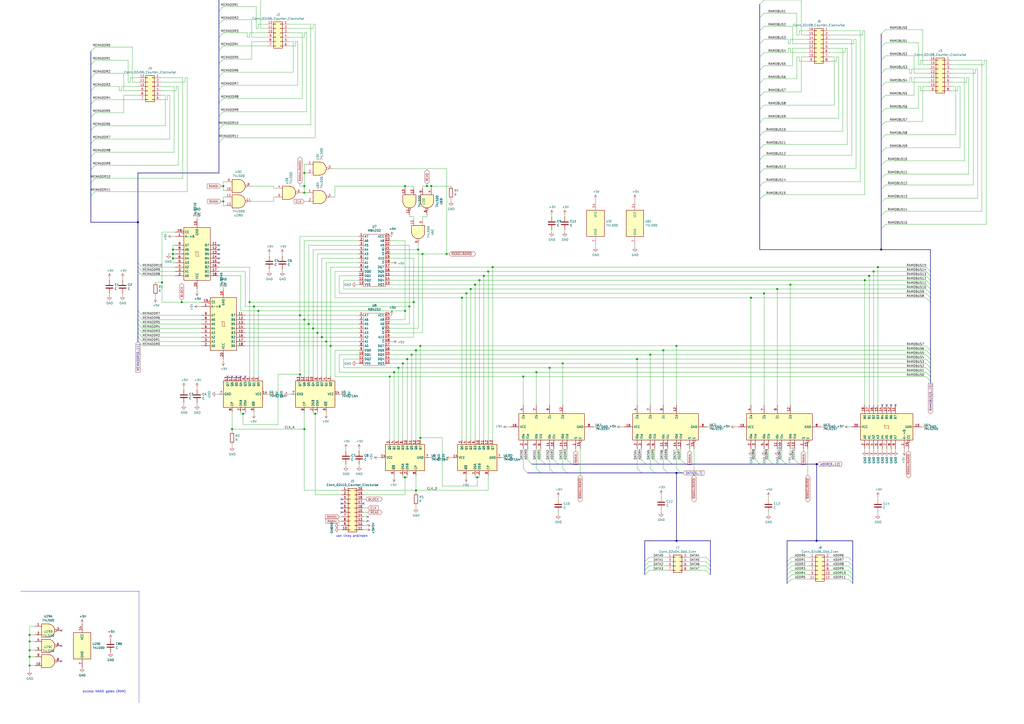
<source format=kicad_sch>
(kicad_sch (version 20201015) (generator eeschema)
  (paper "A2")
  (title_block (title "RAM") (rev "1") (company "Wilhelm-Maybach-Schule Heilbronn") (comment 1 "Kevin da Silva Fernandes"))
  (junction (at 17.145 368.3) (diameter 1.016))
  (junction (at 17.145 372.11) (diameter 1.016))
  (junction (at 17.145 377.19) (diameter 1.016))
  (junction (at 17.145 381) (diameter 1.016))
  (junction (at 17.145 386.08) (diameter 1.016))
  (junction (at 93.98 163.83) (diameter 1.016))
  (junction (at 100.33 144.78) (diameter 1.016))
  (junction (at 100.33 147.32) (diameter 1.016))
  (junction (at 100.33 149.86) (diameter 1.016))
  (junction (at 105.41 175.26) (diameter 1.016))
  (junction (at 129.54 107.95) (diameter 1.016))
  (junction (at 129.54 116.84) (diameter 1.016))
  (junction (at 134.62 248.92) (diameter 1.016))
  (junction (at 140.97 240.03) (diameter 1.016))
  (junction (at 144.78 175.26) (diameter 1.016))
  (junction (at 147.32 177.8) (diameter 1.016))
  (junction (at 149.86 180.34) (diameter 1.016))
  (junction (at 173.99 182.88) (diameter 1.016))
  (junction (at 173.99 217.17) (diameter 1.016))
  (junction (at 176.53 100.33) (diameter 1.016))
  (junction (at 176.53 107.95) (diameter 1.016))
  (junction (at 176.53 111.76) (diameter 1.016))
  (junction (at 176.53 185.42) (diameter 1.016))
  (junction (at 176.53 248.92) (diameter 1.016))
  (junction (at 179.07 187.96) (diameter 1.016))
  (junction (at 181.61 190.5) (diameter 1.016))
  (junction (at 182.88 240.03) (diameter 1.016))
  (junction (at 184.15 193.04) (diameter 1.016))
  (junction (at 186.69 195.58) (diameter 1.016))
  (junction (at 189.23 198.12) (diameter 1.016))
  (junction (at 191.77 200.66) (diameter 1.016))
  (junction (at 226.06 218.44) (diameter 1.016))
  (junction (at 228.6 215.9) (diameter 1.016))
  (junction (at 231.14 213.36) (diameter 1.016))
  (junction (at 233.68 210.82) (diameter 1.016))
  (junction (at 234.95 107.95) (diameter 1.016))
  (junction (at 234.95 180.34) (diameter 1.016))
  (junction (at 234.95 276.86) (diameter 1.016))
  (junction (at 236.22 208.28) (diameter 1.016))
  (junction (at 237.49 177.8) (diameter 1.016))
  (junction (at 238.76 205.74) (diameter 1.016))
  (junction (at 240.03 175.26) (diameter 1.016))
  (junction (at 241.3 203.2) (diameter 1.016))
  (junction (at 241.3 284.48) (diameter 1.016))
  (junction (at 242.57 144.78) (diameter 1.016))
  (junction (at 243.84 200.66) (diameter 1.016))
  (junction (at 243.84 254) (diameter 1.016))
  (junction (at 245.11 147.32) (diameter 1.016))
  (junction (at 247.65 107.95) (diameter 1.016))
  (junction (at 250.19 107.95) (diameter 1.016))
  (junction (at 259.08 147.32) (diameter 1.016))
  (junction (at 267.97 172.72) (diameter 1.016))
  (junction (at 270.51 170.18) (diameter 1.016))
  (junction (at 273.05 167.64) (diameter 1.016))
  (junction (at 275.59 165.1) (diameter 1.016))
  (junction (at 276.86 276.86) (diameter 1.016))
  (junction (at 278.13 162.56) (diameter 1.016))
  (junction (at 280.67 160.02) (diameter 1.016))
  (junction (at 283.21 157.48) (diameter 1.016))
  (junction (at 285.75 154.94) (diameter 1.016))
  (junction (at 303.53 218.44) (diameter 1.016))
  (junction (at 311.15 215.9) (diameter 1.016))
  (junction (at 318.77 213.36) (diameter 1.016))
  (junction (at 326.39 210.82) (diameter 1.016))
  (junction (at 369.57 208.28) (diameter 1.016))
  (junction (at 377.19 205.74) (diameter 1.016))
  (junction (at 384.81 203.2) (diameter 1.016))
  (junction (at 392.43 200.66) (diameter 1.016))
  (junction (at 435.61 172.72) (diameter 1.016))
  (junction (at 443.23 170.18) (diameter 1.016))
  (junction (at 450.85 167.64) (diameter 1.016))
  (junction (at 458.47 165.1) (diameter 1.016))
  (junction (at 501.65 162.56) (diameter 1.016))
  (junction (at 504.19 160.02) (diameter 1.016))
  (junction (at 506.73 157.48) (diameter 1.016))
  (junction (at 509.27 154.94) (diameter 1.016))
  (junction (at 80.01 128.905) (diameter 1.016))
  (junction (at 392.43 274.32) (diameter 1.016))
  (junction (at 392.43 313.69) (diameter 1.016))
  (junction (at 473.71 269.24) (diameter 1.016))
  (junction (at 473.71 313.69) (diameter 1.016))
  (junction (at 511.175 144.78) (diameter 1.016))
  (no_connect (at 127 142.24))
  (no_connect (at 198.12 289.56))
  (no_connect (at 127 147.32))
  (no_connect (at 35.56 383.54))
  (no_connect (at 516.89 234.95))
  (no_connect (at 213.36 299.72))
  (no_connect (at 213.36 302.26))
  (no_connect (at 134.62 218.44))
  (no_connect (at 198.12 292.1))
  (no_connect (at 210.82 292.1))
  (no_connect (at 35.56 365.76))
  (no_connect (at 127 144.78))
  (no_connect (at 511.81 234.95))
  (no_connect (at 142.24 218.44))
  (no_connect (at 519.43 234.95))
  (no_connect (at 198.12 297.18))
  (no_connect (at 35.56 374.65))
  (no_connect (at 127 152.4))
  (no_connect (at 137.16 218.44))
  (no_connect (at 127 149.86))
  (no_connect (at 198.12 294.64))
  (no_connect (at 132.08 218.44))
  (no_connect (at 139.7 218.44))
  (no_connect (at 514.35 234.95))
  (bus_entry (at 55.245 27.305) (size -2.54 2.54) (stroke (width 0.1524)))
  (bus_entry (at 55.245 34.925) (size -2.54 2.54) (stroke (width 0.1524)))
  (bus_entry (at 55.245 42.545) (size -2.54 2.54) (stroke (width 0.1524)))
  (bus_entry (at 55.245 50.165) (size -2.54 2.54) (stroke (width 0.1524)))
  (bus_entry (at 55.245 57.785) (size -2.54 2.54) (stroke (width 0.1524)))
  (bus_entry (at 55.245 65.405) (size -2.54 2.54) (stroke (width 0.1524)))
  (bus_entry (at 55.245 73.025) (size -2.54 2.54) (stroke (width 0.1524)))
  (bus_entry (at 55.245 80.645) (size -2.54 2.54) (stroke (width 0.1524)))
  (bus_entry (at 55.245 88.265) (size -2.54 2.54) (stroke (width 0.1524)))
  (bus_entry (at 55.245 95.885) (size -2.54 2.54) (stroke (width 0.1524)))
  (bus_entry (at 55.245 103.505) (size -2.54 2.54) (stroke (width 0.1524)))
  (bus_entry (at 55.245 111.125) (size -2.54 2.54) (stroke (width 0.1524)))
  (bus_entry (at 80.01 152.4) (size 2.54 2.54) (stroke (width 0.1524)))
  (bus_entry (at 80.01 154.94) (size 2.54 2.54) (stroke (width 0.1524)))
  (bus_entry (at 80.01 157.48) (size 2.54 2.54) (stroke (width 0.1524)))
  (bus_entry (at 80.01 180.34) (size 2.54 2.54) (stroke (width 0.1524)))
  (bus_entry (at 80.01 182.88) (size 2.54 2.54) (stroke (width 0.1524)))
  (bus_entry (at 80.01 185.42) (size 2.54 2.54) (stroke (width 0.1524)))
  (bus_entry (at 80.01 187.96) (size 2.54 2.54) (stroke (width 0.1524)))
  (bus_entry (at 80.01 190.5) (size 2.54 2.54) (stroke (width 0.1524)))
  (bus_entry (at 80.01 193.04) (size 2.54 2.54) (stroke (width 0.1524)))
  (bus_entry (at 80.01 195.58) (size 2.54 2.54) (stroke (width 0.1524)))
  (bus_entry (at 80.01 198.12) (size 2.54 2.54) (stroke (width 0.1524)))
  (bus_entry (at 129.54 -3.81) (size -2.54 2.54) (stroke (width 0.1524)))
  (bus_entry (at 129.54 3.81) (size -2.54 2.54) (stroke (width 0.1524)))
  (bus_entry (at 129.54 11.43) (size -2.54 2.54) (stroke (width 0.1524)))
  (bus_entry (at 129.54 19.05) (size -2.54 2.54) (stroke (width 0.1524)))
  (bus_entry (at 129.54 26.67) (size -2.54 2.54) (stroke (width 0.1524)))
  (bus_entry (at 129.54 34.29) (size -2.54 2.54) (stroke (width 0.1524)))
  (bus_entry (at 129.54 41.91) (size -2.54 2.54) (stroke (width 0.1524)))
  (bus_entry (at 129.54 49.53) (size -2.54 2.54) (stroke (width 0.1524)))
  (bus_entry (at 129.54 57.15) (size -2.54 2.54) (stroke (width 0.1524)))
  (bus_entry (at 129.54 64.77) (size -2.54 2.54) (stroke (width 0.1524)))
  (bus_entry (at 129.54 72.39) (size -2.54 2.54) (stroke (width 0.1524)))
  (bus_entry (at 129.54 80.01) (size -2.54 2.54) (stroke (width 0.1524)))
  (bus_entry (at 303.53 271.78) (size 2.54 2.54) (stroke (width 0.1524)))
  (bus_entry (at 306.07 266.7) (size 2.54 2.54) (stroke (width 0.1524)))
  (bus_entry (at 311.15 271.78) (size 2.54 2.54) (stroke (width 0.1524)))
  (bus_entry (at 313.69 266.7) (size 2.54 2.54) (stroke (width 0.1524)))
  (bus_entry (at 318.77 271.78) (size 2.54 2.54) (stroke (width 0.1524)))
  (bus_entry (at 321.31 266.7) (size 2.54 2.54) (stroke (width 0.1524)))
  (bus_entry (at 326.39 271.78) (size 2.54 2.54) (stroke (width 0.1524)))
  (bus_entry (at 328.93 266.7) (size 2.54 2.54) (stroke (width 0.1524)))
  (bus_entry (at 369.57 271.78) (size 2.54 2.54) (stroke (width 0.1524)))
  (bus_entry (at 372.11 266.7) (size 2.54 2.54) (stroke (width 0.1524)))
  (bus_entry (at 374.015 325.755) (size 2.54 -2.54) (stroke (width 0.1524)))
  (bus_entry (at 374.015 328.295) (size 2.54 -2.54) (stroke (width 0.1524)))
  (bus_entry (at 374.015 330.835) (size 2.54 -2.54) (stroke (width 0.1524)))
  (bus_entry (at 374.015 333.375) (size 2.54 -2.54) (stroke (width 0.1524)))
  (bus_entry (at 377.19 271.78) (size 2.54 2.54) (stroke (width 0.1524)))
  (bus_entry (at 379.73 266.7) (size 2.54 2.54) (stroke (width 0.1524)))
  (bus_entry (at 384.81 271.78) (size 2.54 2.54) (stroke (width 0.1524)))
  (bus_entry (at 387.35 266.7) (size 2.54 2.54) (stroke (width 0.1524)))
  (bus_entry (at 392.43 271.78) (size 2.54 2.54) (stroke (width 0.1524)))
  (bus_entry (at 394.97 266.7) (size 2.54 2.54) (stroke (width 0.1524)))
  (bus_entry (at 409.575 323.215) (size 2.54 2.54) (stroke (width 0.1524)))
  (bus_entry (at 409.575 325.755) (size 2.54 2.54) (stroke (width 0.1524)))
  (bus_entry (at 409.575 328.295) (size 2.54 2.54) (stroke (width 0.1524)))
  (bus_entry (at 409.575 330.835) (size 2.54 2.54) (stroke (width 0.1524)))
  (bus_entry (at 438.15 266.7) (size 2.54 2.54) (stroke (width 0.1524)))
  (bus_entry (at 443.23 0) (size -2.54 2.54) (stroke (width 0.1524)))
  (bus_entry (at 443.23 7.62) (size -2.54 2.54) (stroke (width 0.1524)))
  (bus_entry (at 443.23 15.24) (size -2.54 2.54) (stroke (width 0.1524)))
  (bus_entry (at 443.23 22.86) (size -2.54 2.54) (stroke (width 0.1524)))
  (bus_entry (at 443.23 30.48) (size -2.54 2.54) (stroke (width 0.1524)))
  (bus_entry (at 443.23 38.1) (size -2.54 2.54) (stroke (width 0.1524)))
  (bus_entry (at 443.23 45.72) (size -2.54 2.54) (stroke (width 0.1524)))
  (bus_entry (at 443.23 53.34) (size -2.54 2.54) (stroke (width 0.1524)))
  (bus_entry (at 443.23 60.96) (size -2.54 2.54) (stroke (width 0.1524)))
  (bus_entry (at 443.23 68.58) (size -2.54 2.54) (stroke (width 0.1524)))
  (bus_entry (at 443.23 76.2) (size -2.54 2.54) (stroke (width 0.1524)))
  (bus_entry (at 443.23 83.82) (size -2.54 2.54) (stroke (width 0.1524)))
  (bus_entry (at 443.23 90.17) (size -2.54 2.54) (stroke (width 0.1524)))
  (bus_entry (at 443.23 97.79) (size -2.54 2.54) (stroke (width 0.1524)))
  (bus_entry (at 443.23 105.41) (size -2.54 2.54) (stroke (width 0.1524)))
  (bus_entry (at 443.23 113.03) (size -2.54 2.54) (stroke (width 0.1524)))
  (bus_entry (at 445.77 266.7) (size 2.54 2.54) (stroke (width 0.1524)))
  (bus_entry (at 453.39 266.7) (size 2.54 2.54) (stroke (width 0.1524)))
  (bus_entry (at 456.565 325.755) (size 2.54 -2.54) (stroke (width 0.1524)))
  (bus_entry (at 456.565 328.295) (size 2.54 -2.54) (stroke (width 0.1524)))
  (bus_entry (at 456.565 330.835) (size 2.54 -2.54) (stroke (width 0.1524)))
  (bus_entry (at 456.565 333.375) (size 2.54 -2.54) (stroke (width 0.1524)))
  (bus_entry (at 456.565 335.915) (size 2.54 -2.54) (stroke (width 0.1524)))
  (bus_entry (at 456.565 338.455) (size 2.54 -2.54) (stroke (width 0.1524)))
  (bus_entry (at 461.01 266.7) (size 2.54 2.54) (stroke (width 0.1524)))
  (bus_entry (at 492.125 323.215) (size 2.54 2.54) (stroke (width 0.1524)))
  (bus_entry (at 492.125 325.755) (size 2.54 2.54) (stroke (width 0.1524)))
  (bus_entry (at 492.125 328.295) (size 2.54 2.54) (stroke (width 0.1524)))
  (bus_entry (at 492.125 330.835) (size 2.54 2.54) (stroke (width 0.1524)))
  (bus_entry (at 492.125 333.375) (size 2.54 2.54) (stroke (width 0.1524)))
  (bus_entry (at 492.125 335.915) (size 2.54 2.54) (stroke (width 0.1524)))
  (bus_entry (at 513.715 17.145) (size -2.54 2.54) (stroke (width 0.1524)))
  (bus_entry (at 513.715 24.765) (size -2.54 2.54) (stroke (width 0.1524)))
  (bus_entry (at 513.715 32.385) (size -2.54 2.54) (stroke (width 0.1524)))
  (bus_entry (at 513.715 40.005) (size -2.54 2.54) (stroke (width 0.1524)))
  (bus_entry (at 513.715 47.625) (size -2.54 2.54) (stroke (width 0.1524)))
  (bus_entry (at 513.715 55.245) (size -2.54 2.54) (stroke (width 0.1524)))
  (bus_entry (at 513.715 62.865) (size -2.54 2.54) (stroke (width 0.1524)))
  (bus_entry (at 513.715 70.485) (size -2.54 2.54) (stroke (width 0.1524)))
  (bus_entry (at 513.715 78.105) (size -2.54 2.54) (stroke (width 0.1524)))
  (bus_entry (at 513.715 85.725) (size -2.54 2.54) (stroke (width 0.1524)))
  (bus_entry (at 513.715 93.345) (size -2.54 2.54) (stroke (width 0.1524)))
  (bus_entry (at 513.715 100.965) (size -2.54 2.54) (stroke (width 0.1524)))
  (bus_entry (at 513.715 107.315) (size -2.54 2.54) (stroke (width 0.1524)))
  (bus_entry (at 513.715 114.935) (size -2.54 2.54) (stroke (width 0.1524)))
  (bus_entry (at 513.715 122.555) (size -2.54 2.54) (stroke (width 0.1524)))
  (bus_entry (at 513.715 130.175) (size -2.54 2.54) (stroke (width 0.1524)))
  (bus_entry (at 537.21 154.94) (size 2.54 2.54) (stroke (width 0.1524)))
  (bus_entry (at 537.21 157.48) (size 2.54 2.54) (stroke (width 0.1524)))
  (bus_entry (at 537.21 160.02) (size 2.54 2.54) (stroke (width 0.1524)))
  (bus_entry (at 537.21 162.56) (size 2.54 2.54) (stroke (width 0.1524)))
  (bus_entry (at 537.21 165.1) (size 2.54 2.54) (stroke (width 0.1524)))
  (bus_entry (at 537.21 167.64) (size 2.54 2.54) (stroke (width 0.1524)))
  (bus_entry (at 537.21 170.18) (size 2.54 2.54) (stroke (width 0.1524)))
  (bus_entry (at 537.21 172.72) (size 2.54 2.54) (stroke (width 0.1524)))
  (bus_entry (at 537.21 200.66) (size 2.54 2.54) (stroke (width 0.1524)))
  (bus_entry (at 537.21 203.2) (size 2.54 2.54) (stroke (width 0.1524)))
  (bus_entry (at 537.21 205.74) (size 2.54 2.54) (stroke (width 0.1524)))
  (bus_entry (at 537.21 208.28) (size 2.54 2.54) (stroke (width 0.1524)))
  (bus_entry (at 537.21 210.82) (size 2.54 2.54) (stroke (width 0.1524)))
  (bus_entry (at 537.21 213.36) (size 2.54 2.54) (stroke (width 0.1524)))
  (bus_entry (at 537.21 215.9) (size 2.54 2.54) (stroke (width 0.1524)))
  (bus_entry (at 537.21 218.44) (size 2.54 2.54) (stroke (width 0.1524)))
  (wire (pts (xy 17.145 363.22) (xy 17.145 368.3)))
  (wire (pts (xy 17.145 363.22) (xy 20.32 363.22)))
  (wire (pts (xy 17.145 368.3) (xy 17.145 372.11)))
  (wire (pts (xy 17.145 368.3) (xy 20.32 368.3)))
  (wire (pts (xy 17.145 372.11) (xy 17.145 377.19)))
  (wire (pts (xy 17.145 372.11) (xy 20.32 372.11)))
  (wire (pts (xy 17.145 377.19) (xy 17.145 381)))
  (wire (pts (xy 17.145 377.19) (xy 20.32 377.19)))
  (wire (pts (xy 17.145 381) (xy 17.145 386.08)))
  (wire (pts (xy 17.145 381) (xy 20.32 381)))
  (wire (pts (xy 17.145 386.08) (xy 17.145 389.255)))
  (wire (pts (xy 17.145 386.08) (xy 20.32 386.08)))
  (wire (pts (xy 55.245 27.305) (xy 76.835 27.305)))
  (wire (pts (xy 55.245 34.925) (xy 74.295 34.925)))
  (wire (pts (xy 55.245 42.545) (xy 71.755 42.545)))
  (wire (pts (xy 55.245 50.165) (xy 69.215 50.165)))
  (wire (pts (xy 55.245 57.785) (xy 80.645 57.785)))
  (wire (pts (xy 55.245 65.405) (xy 71.755 65.405)))
  (wire (pts (xy 55.245 73.025) (xy 95.885 73.025)))
  (wire (pts (xy 55.245 80.645) (xy 98.425 80.645)))
  (wire (pts (xy 55.245 88.265) (xy 100.965 88.265)))
  (wire (pts (xy 55.245 95.885) (xy 103.505 95.885)))
  (wire (pts (xy 55.245 103.505) (xy 106.045 103.505)))
  (wire (pts (xy 55.245 111.125) (xy 108.585 111.125)))
  (wire (pts (xy 63.5 161.29) (xy 63.5 162.56)))
  (wire (pts (xy 63.5 170.18) (xy 63.5 171.45)))
  (wire (pts (xy 69.215 50.165) (xy 69.215 52.705)))
  (wire (pts (xy 69.215 52.705) (xy 70.485 52.705)))
  (wire (pts (xy 70.485 50.165) (xy 80.645 50.165)))
  (wire (pts (xy 70.485 52.705) (xy 70.485 50.165)))
  (wire (pts (xy 71.12 161.29) (xy 71.12 162.56)))
  (wire (pts (xy 71.12 170.18) (xy 71.12 171.45)))
  (wire (pts (xy 71.755 42.545) (xy 71.755 52.705)))
  (wire (pts (xy 71.755 52.705) (xy 80.645 52.705)))
  (wire (pts (xy 71.755 55.245) (xy 71.755 65.405)))
  (wire (pts (xy 71.755 55.245) (xy 80.645 55.245)))
  (wire (pts (xy 74.295 47.625) (xy 74.295 34.925)))
  (wire (pts (xy 74.295 47.625) (xy 75.565 47.625)))
  (wire (pts (xy 75.565 45.085) (xy 80.645 45.085)))
  (wire (pts (xy 75.565 47.625) (xy 75.565 45.085)))
  (wire (pts (xy 76.835 27.305) (xy 76.835 47.625)))
  (wire (pts (xy 76.835 47.625) (xy 80.645 47.625)))
  (wire (pts (xy 82.55 154.94) (xy 101.6 154.94)))
  (wire (pts (xy 82.55 160.02) (xy 101.6 160.02)))
  (wire (pts (xy 82.55 185.42) (xy 116.84 185.42)))
  (wire (pts (xy 82.55 190.5) (xy 116.84 190.5)))
  (wire (pts (xy 82.55 195.58) (xy 116.84 195.58)))
  (wire (pts (xy 82.55 198.12) (xy 116.84 198.12)))
  (wire (pts (xy 90.17 163.83) (xy 93.98 163.83)))
  (wire (pts (xy 90.17 172.72) (xy 90.17 171.45)))
  (wire (pts (xy 93.98 134.62) (xy 101.6 134.62)))
  (wire (pts (xy 93.98 163.83) (xy 93.98 134.62)))
  (wire (pts (xy 93.98 175.26) (xy 93.98 163.83)))
  (wire (pts (xy 95.885 55.245) (xy 93.345 55.245)))
  (wire (pts (xy 95.885 55.245) (xy 95.885 73.025)))
  (wire (pts (xy 97.155 55.245) (xy 97.155 57.785)))
  (wire (pts (xy 97.155 57.785) (xy 93.345 57.785)))
  (wire (pts (xy 97.79 147.32) (xy 100.33 147.32)))
  (wire (pts (xy 98.425 55.245) (xy 97.155 55.245)))
  (wire (pts (xy 98.425 55.245) (xy 98.425 80.645)))
  (wire (pts (xy 100.33 137.16) (xy 101.6 137.16)))
  (wire (pts (xy 100.33 142.24) (xy 100.33 144.78)))
  (wire (pts (xy 100.33 144.78) (xy 100.33 147.32)))
  (wire (pts (xy 100.33 147.32) (xy 100.33 149.86)))
  (wire (pts (xy 100.33 147.32) (xy 101.6 147.32)))
  (wire (pts (xy 100.33 149.86) (xy 100.33 152.4)))
  (wire (pts (xy 100.33 152.4) (xy 101.6 152.4)))
  (wire (pts (xy 100.965 50.165) (xy 93.345 50.165)))
  (wire (pts (xy 100.965 50.165) (xy 100.965 88.265)))
  (wire (pts (xy 101.6 142.24) (xy 100.33 142.24)))
  (wire (pts (xy 101.6 144.78) (xy 100.33 144.78)))
  (wire (pts (xy 101.6 149.86) (xy 100.33 149.86)))
  (wire (pts (xy 101.6 157.48) (xy 82.55 157.48)))
  (wire (pts (xy 102.235 50.165) (xy 102.235 52.705)))
  (wire (pts (xy 102.235 52.705) (xy 93.345 52.705)))
  (wire (pts (xy 103.505 50.165) (xy 102.235 50.165)))
  (wire (pts (xy 103.505 95.885) (xy 103.505 50.165)))
  (wire (pts (xy 105.41 173.99) (xy 105.41 175.26)))
  (wire (pts (xy 105.41 175.26) (xy 93.98 175.26)))
  (wire (pts (xy 106.045 45.085) (xy 93.345 45.085)))
  (wire (pts (xy 106.045 45.085) (xy 106.045 103.505)))
  (wire (pts (xy 106.68 224.79) (xy 106.68 226.06)))
  (wire (pts (xy 106.68 233.68) (xy 106.68 234.95)))
  (wire (pts (xy 107.315 45.085) (xy 107.315 47.625)))
  (wire (pts (xy 107.315 47.625) (xy 93.345 47.625)))
  (wire (pts (xy 108.585 45.085) (xy 107.315 45.085)))
  (wire (pts (xy 108.585 111.125) (xy 108.585 45.085)))
  (wire (pts (xy 114.3 125.73) (xy 114.3 127)))
  (wire (pts (xy 114.3 168.91) (xy 114.3 167.64)))
  (wire (pts (xy 114.3 224.79) (xy 114.3 226.06)))
  (wire (pts (xy 114.3 233.68) (xy 114.3 234.95)))
  (wire (pts (xy 115.57 177.8) (xy 116.84 177.8)))
  (wire (pts (xy 116.84 175.26) (xy 105.41 175.26)))
  (wire (pts (xy 116.84 182.88) (xy 82.55 182.88)))
  (wire (pts (xy 116.84 187.96) (xy 82.55 187.96)))
  (wire (pts (xy 116.84 193.04) (xy 82.55 193.04)))
  (wire (pts (xy 116.84 200.66) (xy 82.55 200.66)))
  (wire (pts (xy 127 228.6) (xy 125.73 228.6)))
  (wire (pts (xy 128.27 107.95) (xy 129.54 107.95)))
  (wire (pts (xy 129.54 -3.81) (xy 151.13 -3.81)))
  (wire (pts (xy 129.54 3.81) (xy 148.59 3.81)))
  (wire (pts (xy 129.54 11.43) (xy 146.05 11.43)))
  (wire (pts (xy 129.54 19.05) (xy 143.51 19.05)))
  (wire (pts (xy 129.54 26.67) (xy 154.94 26.67)))
  (wire (pts (xy 129.54 34.29) (xy 146.05 34.29)))
  (wire (pts (xy 129.54 41.91) (xy 170.18 41.91)))
  (wire (pts (xy 129.54 49.53) (xy 172.72 49.53)))
  (wire (pts (xy 129.54 57.15) (xy 175.26 57.15)))
  (wire (pts (xy 129.54 64.77) (xy 177.8 64.77)))
  (wire (pts (xy 129.54 72.39) (xy 180.34 72.39)))
  (wire (pts (xy 129.54 80.01) (xy 182.88 80.01)))
  (wire (pts (xy 129.54 105.41) (xy 130.81 105.41)))
  (wire (pts (xy 129.54 107.95) (xy 129.54 105.41)))
  (wire (pts (xy 129.54 107.95) (xy 129.54 110.49)))
  (wire (pts (xy 129.54 110.49) (xy 130.81 110.49)))
  (wire (pts (xy 129.54 114.3) (xy 130.81 114.3)))
  (wire (pts (xy 129.54 116.84) (xy 128.27 116.84)))
  (wire (pts (xy 129.54 116.84) (xy 129.54 114.3)))
  (wire (pts (xy 129.54 119.38) (xy 129.54 116.84)))
  (wire (pts (xy 129.54 166.37) (xy 129.54 167.64)))
  (wire (pts (xy 129.54 209.55) (xy 129.54 208.28)))
  (wire (pts (xy 130.81 119.38) (xy 129.54 119.38)))
  (wire (pts (xy 134.62 238.76) (xy 134.62 248.92)))
  (wire (pts (xy 134.62 248.92) (xy 134.62 250.19)))
  (wire (pts (xy 134.62 248.92) (xy 176.53 248.92)))
  (wire (pts (xy 134.62 259.08) (xy 134.62 257.81)))
  (wire (pts (xy 139.7 160.02) (xy 127 160.02)))
  (wire (pts (xy 139.7 180.34) (xy 139.7 160.02)))
  (wire (pts (xy 139.7 180.34) (xy 149.86 180.34)))
  (wire (pts (xy 139.7 240.03) (xy 139.7 238.76)))
  (wire (pts (xy 140.97 240.03) (xy 139.7 240.03)))
  (wire (pts (xy 140.97 240.03) (xy 142.24 240.03)))
  (wire (pts (xy 140.97 246.38) (xy 140.97 240.03)))
  (wire (pts (xy 142.24 157.48) (xy 127 157.48)))
  (wire (pts (xy 142.24 157.48) (xy 142.24 177.8)))
  (wire (pts (xy 142.24 177.8) (xy 147.32 177.8)))
  (wire (pts (xy 142.24 182.88) (xy 173.99 182.88)))
  (wire (pts (xy 142.24 187.96) (xy 179.07 187.96)))
  (wire (pts (xy 142.24 193.04) (xy 184.15 193.04)))
  (wire (pts (xy 142.24 198.12) (xy 189.23 198.12)))
  (wire (pts (xy 142.24 240.03) (xy 142.24 238.76)))
  (wire (pts (xy 143.51 19.05) (xy 143.51 21.59)))
  (wire (pts (xy 143.51 21.59) (xy 144.78 21.59)))
  (wire (pts (xy 144.78 19.05) (xy 154.94 19.05)))
  (wire (pts (xy 144.78 21.59) (xy 144.78 19.05)))
  (wire (pts (xy 144.78 154.94) (xy 127 154.94)))
  (wire (pts (xy 144.78 175.26) (xy 144.78 154.94)))
  (wire (pts (xy 144.78 175.26) (xy 144.78 218.44)))
  (wire (pts (xy 146.05 11.43) (xy 146.05 21.59)))
  (wire (pts (xy 146.05 21.59) (xy 154.94 21.59)))
  (wire (pts (xy 146.05 24.13) (xy 146.05 34.29)))
  (wire (pts (xy 146.05 24.13) (xy 154.94 24.13)))
  (wire (pts (xy 146.05 107.95) (xy 158.75 107.95)))
  (wire (pts (xy 147.32 177.8) (xy 147.32 218.44)))
  (wire (pts (xy 147.32 177.8) (xy 237.49 177.8)))
  (wire (pts (xy 147.32 238.76) (xy 147.32 240.03)))
  (wire (pts (xy 148.59 16.51) (xy 148.59 3.81)))
  (wire (pts (xy 148.59 16.51) (xy 149.86 16.51)))
  (wire (pts (xy 149.86 13.97) (xy 154.94 13.97)))
  (wire (pts (xy 149.86 16.51) (xy 149.86 13.97)))
  (wire (pts (xy 149.86 180.34) (xy 149.86 218.44)))
  (wire (pts (xy 149.86 180.34) (xy 234.95 180.34)))
  (wire (pts (xy 151.13 -3.81) (xy 151.13 16.51)))
  (wire (pts (xy 151.13 16.51) (xy 154.94 16.51)))
  (wire (pts (xy 156.21 147.32) (xy 156.21 148.59)))
  (wire (pts (xy 156.21 156.21) (xy 156.21 157.48)))
  (wire (pts (xy 156.21 228.6) (xy 154.94 228.6)))
  (wire (pts (xy 158.75 107.95) (xy 158.75 109.22)))
  (wire (pts (xy 158.75 109.22) (xy 160.02 109.22)))
  (wire (pts (xy 158.75 114.3) (xy 158.75 116.84)))
  (wire (pts (xy 158.75 116.84) (xy 146.05 116.84)))
  (wire (pts (xy 160.02 114.3) (xy 158.75 114.3)))
  (wire (pts (xy 161.29 217.17) (xy 161.29 246.38)))
  (wire (pts (xy 161.29 246.38) (xy 140.97 246.38)))
  (wire (pts (xy 163.83 147.32) (xy 163.83 148.59)))
  (wire (pts (xy 163.83 156.21) (xy 163.83 157.48)))
  (wire (pts (xy 167.64 13.97) (xy 180.34 13.97)))
  (wire (pts (xy 167.64 21.59) (xy 176.53 21.59)))
  (wire (pts (xy 168.91 228.6) (xy 167.64 228.6)))
  (wire (pts (xy 170.18 24.13) (xy 167.64 24.13)))
  (wire (pts (xy 170.18 24.13) (xy 170.18 41.91)))
  (wire (pts (xy 171.45 24.13) (xy 171.45 26.67)))
  (wire (pts (xy 171.45 26.67) (xy 167.64 26.67)))
  (wire (pts (xy 172.72 24.13) (xy 171.45 24.13)))
  (wire (pts (xy 172.72 24.13) (xy 172.72 49.53)))
  (wire (pts (xy 173.99 106.68) (xy 173.99 107.95)))
  (wire (pts (xy 173.99 107.95) (xy 176.53 107.95)))
  (wire (pts (xy 173.99 137.16) (xy 173.99 182.88)))
  (wire (pts (xy 173.99 182.88) (xy 173.99 217.17)))
  (wire (pts (xy 173.99 217.17) (xy 161.29 217.17)))
  (wire (pts (xy 173.99 217.17) (xy 173.99 218.44)))
  (wire (pts (xy 175.26 19.05) (xy 167.64 19.05)))
  (wire (pts (xy 175.26 19.05) (xy 175.26 57.15)))
  (wire (pts (xy 175.26 111.76) (xy 176.53 111.76)))
  (wire (pts (xy 176.53 19.05) (xy 176.53 21.59)))
  (wire (pts (xy 176.53 95.25) (xy 177.8 95.25)))
  (wire (pts (xy 176.53 100.33) (xy 176.53 95.25)))
  (wire (pts (xy 176.53 107.95) (xy 176.53 100.33)))
  (wire (pts (xy 176.53 111.76) (xy 176.53 107.95)))
  (wire (pts (xy 176.53 111.76) (xy 177.8 111.76)))
  (wire (pts (xy 176.53 116.84) (xy 177.8 116.84)))
  (wire (pts (xy 176.53 139.7) (xy 176.53 185.42)))
  (wire (pts (xy 176.53 139.7) (xy 208.28 139.7)))
  (wire (pts (xy 176.53 185.42) (xy 142.24 185.42)))
  (wire (pts (xy 176.53 185.42) (xy 176.53 218.44)))
  (wire (pts (xy 176.53 185.42) (xy 208.28 185.42)))
  (wire (pts (xy 176.53 248.92) (xy 176.53 238.76)))
  (wire (pts (xy 176.53 284.48) (xy 176.53 248.92)))
  (wire (pts (xy 177.8 19.05) (xy 176.53 19.05)))
  (wire (pts (xy 177.8 64.77) (xy 177.8 19.05)))
  (wire (pts (xy 177.8 100.33) (xy 176.53 100.33)))
  (wire (pts (xy 179.07 142.24) (xy 179.07 187.96)))
  (wire (pts (xy 179.07 187.96) (xy 179.07 218.44)))
  (wire (pts (xy 180.34 13.97) (xy 180.34 72.39)))
  (wire (pts (xy 181.61 13.97) (xy 181.61 16.51)))
  (wire (pts (xy 181.61 16.51) (xy 167.64 16.51)))
  (wire (pts (xy 181.61 144.78) (xy 181.61 190.5)))
  (wire (pts (xy 181.61 144.78) (xy 208.28 144.78)))
  (wire (pts (xy 181.61 190.5) (xy 142.24 190.5)))
  (wire (pts (xy 181.61 190.5) (xy 181.61 218.44)))
  (wire (pts (xy 181.61 190.5) (xy 208.28 190.5)))
  (wire (pts (xy 181.61 240.03) (xy 181.61 238.76)))
  (wire (pts (xy 181.61 240.03) (xy 182.88 240.03)))
  (wire (pts (xy 182.88 13.97) (xy 181.61 13.97)))
  (wire (pts (xy 182.88 80.01) (xy 182.88 13.97)))
  (wire (pts (xy 182.88 240.03) (xy 184.15 240.03)))
  (wire (pts (xy 182.88 287.02) (xy 182.88 240.03)))
  (wire (pts (xy 184.15 147.32) (xy 184.15 193.04)))
  (wire (pts (xy 184.15 193.04) (xy 184.15 218.44)))
  (wire (pts (xy 184.15 238.76) (xy 184.15 240.03)))
  (wire (pts (xy 186.69 149.86) (xy 186.69 195.58)))
  (wire (pts (xy 186.69 149.86) (xy 208.28 149.86)))
  (wire (pts (xy 186.69 195.58) (xy 142.24 195.58)))
  (wire (pts (xy 186.69 195.58) (xy 186.69 218.44)))
  (wire (pts (xy 186.69 195.58) (xy 208.28 195.58)))
  (wire (pts (xy 189.23 152.4) (xy 189.23 198.12)))
  (wire (pts (xy 189.23 198.12) (xy 189.23 218.44)))
  (wire (pts (xy 189.23 240.03) (xy 189.23 238.76)))
  (wire (pts (xy 191.77 154.94) (xy 191.77 200.66)))
  (wire (pts (xy 191.77 154.94) (xy 208.28 154.94)))
  (wire (pts (xy 191.77 200.66) (xy 142.24 200.66)))
  (wire (pts (xy 191.77 200.66) (xy 191.77 218.44)))
  (wire (pts (xy 191.77 200.66) (xy 208.28 200.66)))
  (wire (pts (xy 193.04 97.79) (xy 259.08 97.79)))
  (wire (pts (xy 193.04 114.3) (xy 194.31 114.3)))
  (wire (pts (xy 194.31 107.95) (xy 234.95 107.95)))
  (wire (pts (xy 194.31 114.3) (xy 194.31 107.95)))
  (wire (pts (xy 194.31 157.48) (xy 194.31 172.72)))
  (wire (pts (xy 194.31 172.72) (xy 267.97 172.72)))
  (wire (pts (xy 194.31 203.2) (xy 194.31 218.44)))
  (wire (pts (xy 194.31 218.44) (xy 226.06 218.44)))
  (wire (pts (xy 196.85 160.02) (xy 196.85 170.18)))
  (wire (pts (xy 196.85 170.18) (xy 270.51 170.18)))
  (wire (pts (xy 196.85 205.74) (xy 196.85 215.9)))
  (wire (pts (xy 196.85 215.9) (xy 228.6 215.9)))
  (wire (pts (xy 196.85 299.72) (xy 198.12 299.72)))
  (wire (pts (xy 196.85 302.26) (xy 198.12 302.26)))
  (wire (pts (xy 198.12 228.6) (xy 196.85 228.6)))
  (wire (pts (xy 198.12 284.48) (xy 176.53 284.48)))
  (wire (pts (xy 198.12 287.02) (xy 182.88 287.02)))
  (wire (pts (xy 198.12 304.8) (xy 196.85 304.8)))
  (wire (pts (xy 198.12 307.34) (xy 196.85 307.34)))
  (wire (pts (xy 199.39 162.56) (xy 199.39 167.64)))
  (wire (pts (xy 199.39 167.64) (xy 273.05 167.64)))
  (wire (pts (xy 199.39 208.28) (xy 199.39 213.36)))
  (wire (pts (xy 199.39 213.36) (xy 231.14 213.36)))
  (wire (pts (xy 200.66 260.35) (xy 200.66 261.62)))
  (wire (pts (xy 200.66 269.24) (xy 200.66 270.51)))
  (wire (pts (xy 207.01 165.1) (xy 208.28 165.1)))
  (wire (pts (xy 207.01 210.82) (xy 208.28 210.82)))
  (wire (pts (xy 208.28 137.16) (xy 173.99 137.16)))
  (wire (pts (xy 208.28 142.24) (xy 179.07 142.24)))
  (wire (pts (xy 208.28 147.32) (xy 184.15 147.32)))
  (wire (pts (xy 208.28 152.4) (xy 189.23 152.4)))
  (wire (pts (xy 208.28 157.48) (xy 194.31 157.48)))
  (wire (pts (xy 208.28 160.02) (xy 196.85 160.02)))
  (wire (pts (xy 208.28 162.56) (xy 199.39 162.56)))
  (wire (pts (xy 208.28 182.88) (xy 173.99 182.88)))
  (wire (pts (xy 208.28 187.96) (xy 179.07 187.96)))
  (wire (pts (xy 208.28 193.04) (xy 184.15 193.04)))
  (wire (pts (xy 208.28 198.12) (xy 189.23 198.12)))
  (wire (pts (xy 208.28 203.2) (xy 194.31 203.2)))
  (wire (pts (xy 208.28 205.74) (xy 196.85 205.74)))
  (wire (pts (xy 208.28 208.28) (xy 199.39 208.28)))
  (wire (pts (xy 208.28 260.35) (xy 208.28 261.62)))
  (wire (pts (xy 208.28 269.24) (xy 208.28 270.51)))
  (wire (pts (xy 210.82 287.02) (xy 234.95 287.02)))
  (wire (pts (xy 210.82 294.64) (xy 213.36 294.64)))
  (wire (pts (xy 210.82 297.18) (xy 213.36 297.18)))
  (wire (pts (xy 210.82 299.72) (xy 213.36 299.72)))
  (wire (pts (xy 210.82 302.26) (xy 213.36 302.26)))
  (wire (pts (xy 212.09 289.56) (xy 210.82 289.56)))
  (wire (pts (xy 212.09 304.8) (xy 210.82 304.8)))
  (wire (pts (xy 212.09 307.34) (xy 210.82 307.34)))
  (wire (pts (xy 219.71 265.43) (xy 220.98 265.43)))
  (wire (pts (xy 226.06 142.24) (xy 237.49 142.24)))
  (wire (pts (xy 226.06 147.32) (xy 245.11 147.32)))
  (wire (pts (xy 226.06 154.94) (xy 285.75 154.94)))
  (wire (pts (xy 226.06 157.48) (xy 283.21 157.48)))
  (wire (pts (xy 226.06 160.02) (xy 280.67 160.02)))
  (wire (pts (xy 226.06 162.56) (xy 278.13 162.56)))
  (wire (pts (xy 226.06 165.1) (xy 275.59 165.1)))
  (wire (pts (xy 226.06 185.42) (xy 234.95 185.42)))
  (wire (pts (xy 226.06 190.5) (xy 242.57 190.5)))
  (wire (pts (xy 226.06 193.04) (xy 245.11 193.04)))
  (wire (pts (xy 226.06 195.58) (xy 240.03 195.58)))
  (wire (pts (xy 226.06 200.66) (xy 243.84 200.66)))
  (wire (pts (xy 226.06 203.2) (xy 241.3 203.2)))
  (wire (pts (xy 226.06 205.74) (xy 238.76 205.74)))
  (wire (pts (xy 226.06 208.28) (xy 236.22 208.28)))
  (wire (pts (xy 226.06 210.82) (xy 233.68 210.82)))
  (wire (pts (xy 226.06 218.44) (xy 226.06 255.27)))
  (wire (pts (xy 226.06 218.44) (xy 303.53 218.44)))
  (wire (pts (xy 227.33 137.16) (xy 226.06 137.16)))
  (wire (pts (xy 227.33 152.4) (xy 226.06 152.4)))
  (wire (pts (xy 227.33 182.88) (xy 226.06 182.88)))
  (wire (pts (xy 227.33 198.12) (xy 226.06 198.12)))
  (wire (pts (xy 228.6 215.9) (xy 311.15 215.9)))
  (wire (pts (xy 228.6 255.27) (xy 228.6 215.9)))
  (wire (pts (xy 228.6 275.59) (xy 228.6 276.86)))
  (wire (pts (xy 231.14 213.36) (xy 231.14 255.27)))
  (wire (pts (xy 231.14 213.36) (xy 318.77 213.36)))
  (wire (pts (xy 233.68 210.82) (xy 326.39 210.82)))
  (wire (pts (xy 233.68 255.27) (xy 233.68 210.82)))
  (wire (pts (xy 233.68 275.59) (xy 233.68 276.86)))
  (wire (pts (xy 233.68 276.86) (xy 234.95 276.86)))
  (wire (pts (xy 234.95 107.95) (xy 234.95 109.22)))
  (wire (pts (xy 234.95 139.7) (xy 226.06 139.7)))
  (wire (pts (xy 234.95 180.34) (xy 234.95 139.7)))
  (wire (pts (xy 234.95 185.42) (xy 234.95 180.34)))
  (wire (pts (xy 234.95 276.86) (xy 234.95 287.02)))
  (wire (pts (xy 234.95 276.86) (xy 236.22 276.86)))
  (wire (pts (xy 236.22 208.28) (xy 236.22 255.27)))
  (wire (pts (xy 236.22 208.28) (xy 369.57 208.28)))
  (wire (pts (xy 236.22 276.86) (xy 236.22 275.59)))
  (wire (pts (xy 237.49 124.46) (xy 237.49 125.73)))
  (wire (pts (xy 237.49 125.73) (xy 240.03 125.73)))
  (wire (pts (xy 237.49 142.24) (xy 237.49 177.8)))
  (wire (pts (xy 237.49 177.8) (xy 237.49 187.96)))
  (wire (pts (xy 237.49 187.96) (xy 226.06 187.96)))
  (wire (pts (xy 238.76 205.74) (xy 377.19 205.74)))
  (wire (pts (xy 238.76 255.27) (xy 238.76 205.74)))
  (wire (pts (xy 240.03 107.95) (xy 234.95 107.95)))
  (wire (pts (xy 240.03 109.22) (xy 240.03 107.95)))
  (wire (pts (xy 240.03 125.73) (xy 240.03 127)))
  (wire (pts (xy 240.03 149.86) (xy 226.06 149.86)))
  (wire (pts (xy 240.03 175.26) (xy 144.78 175.26)))
  (wire (pts (xy 240.03 175.26) (xy 240.03 149.86)))
  (wire (pts (xy 240.03 195.58) (xy 240.03 175.26)))
  (wire (pts (xy 241.3 203.2) (xy 241.3 255.27)))
  (wire (pts (xy 241.3 203.2) (xy 384.81 203.2)))
  (wire (pts (xy 241.3 275.59) (xy 241.3 284.48)))
  (wire (pts (xy 241.3 284.48) (xy 210.82 284.48)))
  (wire (pts (xy 241.3 285.75) (xy 241.3 284.48)))
  (wire (pts (xy 241.3 294.64) (xy 241.3 293.37)))
  (wire (pts (xy 242.57 142.24) (xy 242.57 144.78)))
  (wire (pts (xy 242.57 144.78) (xy 226.06 144.78)))
  (wire (pts (xy 242.57 144.78) (xy 242.57 190.5)))
  (wire (pts (xy 243.84 200.66) (xy 392.43 200.66)))
  (wire (pts (xy 243.84 254) (xy 243.84 200.66)))
  (wire (pts (xy 243.84 254) (xy 256.54 254)))
  (wire (pts (xy 243.84 255.27) (xy 243.84 254)))
  (wire (pts (xy 245.11 107.95) (xy 245.11 109.22)))
  (wire (pts (xy 245.11 125.73) (xy 247.65 125.73)))
  (wire (pts (xy 245.11 127) (xy 245.11 125.73)))
  (wire (pts (xy 245.11 147.32) (xy 245.11 193.04)))
  (wire (pts (xy 247.65 106.68) (xy 247.65 107.95)))
  (wire (pts (xy 247.65 107.95) (xy 245.11 107.95)))
  (wire (pts (xy 247.65 125.73) (xy 247.65 124.46)))
  (wire (pts (xy 250.19 107.95) (xy 247.65 107.95)))
  (wire (pts (xy 250.19 109.22) (xy 250.19 107.95)))
  (wire (pts (xy 250.19 265.43) (xy 248.92 265.43)))
  (wire (pts (xy 256.54 254) (xy 256.54 281.94)))
  (wire (pts (xy 256.54 281.94) (xy 276.86 281.94)))
  (wire (pts (xy 259.08 97.79) (xy 259.08 147.32)))
  (wire (pts (xy 259.08 147.32) (xy 245.11 147.32)))
  (wire (pts (xy 260.35 147.32) (xy 259.08 147.32)))
  (wire (pts (xy 261.62 107.95) (xy 250.19 107.95)))
  (wire (pts (xy 261.62 116.84) (xy 261.62 115.57)))
  (wire (pts (xy 261.62 265.43) (xy 262.89 265.43)))
  (wire (pts (xy 267.97 172.72) (xy 267.97 255.27)))
  (wire (pts (xy 267.97 172.72) (xy 435.61 172.72)))
  (wire (pts (xy 270.51 170.18) (xy 270.51 255.27)))
  (wire (pts (xy 270.51 170.18) (xy 443.23 170.18)))
  (wire (pts (xy 270.51 275.59) (xy 270.51 276.86)))
  (wire (pts (xy 273.05 167.64) (xy 273.05 255.27)))
  (wire (pts (xy 273.05 167.64) (xy 450.85 167.64)))
  (wire (pts (xy 275.59 255.27) (xy 275.59 165.1)))
  (wire (pts (xy 275.59 276.86) (xy 275.59 275.59)))
  (wire (pts (xy 275.59 276.86) (xy 276.86 276.86)))
  (wire (pts (xy 276.86 276.86) (xy 278.13 276.86)))
  (wire (pts (xy 276.86 281.94) (xy 276.86 276.86)))
  (wire (pts (xy 278.13 162.56) (xy 278.13 255.27)))
  (wire (pts (xy 278.13 162.56) (xy 501.65 162.56)))
  (wire (pts (xy 278.13 276.86) (xy 278.13 275.59)))
  (wire (pts (xy 280.67 255.27) (xy 280.67 160.02)))
  (wire (pts (xy 283.21 157.48) (xy 283.21 255.27)))
  (wire (pts (xy 283.21 157.48) (xy 506.73 157.48)))
  (wire (pts (xy 283.21 275.59) (xy 283.21 284.48)))
  (wire (pts (xy 283.21 284.48) (xy 241.3 284.48)))
  (wire (pts (xy 285.75 255.27) (xy 285.75 154.94)))
  (wire (pts (xy 292.1 265.43) (xy 290.83 265.43)))
  (wire (pts (xy 295.91 247.65) (xy 294.64 247.65)))
  (wire (pts (xy 303.53 218.44) (xy 537.21 218.44)))
  (wire (pts (xy 303.53 234.95) (xy 303.53 218.44)))
  (wire (pts (xy 303.53 271.78) (xy 303.53 260.35)))
  (wire (pts (xy 306.07 260.35) (xy 306.07 266.7)))
  (wire (pts (xy 311.15 215.9) (xy 311.15 234.95)))
  (wire (pts (xy 311.15 215.9) (xy 537.21 215.9)))
  (wire (pts (xy 311.15 260.35) (xy 311.15 271.78)))
  (wire (pts (xy 313.69 266.7) (xy 313.69 260.35)))
  (wire (pts (xy 318.77 213.36) (xy 537.21 213.36)))
  (wire (pts (xy 318.77 234.95) (xy 318.77 213.36)))
  (wire (pts (xy 318.77 271.78) (xy 318.77 260.35)))
  (wire (pts (xy 320.04 124.46) (xy 320.04 125.73)))
  (wire (pts (xy 320.04 133.35) (xy 320.04 134.62)))
  (wire (pts (xy 321.31 260.35) (xy 321.31 266.7)))
  (wire (pts (xy 323.85 288.29) (xy 323.85 289.56)))
  (wire (pts (xy 323.85 297.18) (xy 323.85 298.45)))
  (wire (pts (xy 326.39 210.82) (xy 326.39 234.95)))
  (wire (pts (xy 326.39 210.82) (xy 537.21 210.82)))
  (wire (pts (xy 326.39 260.35) (xy 326.39 271.78)))
  (wire (pts (xy 327.66 124.46) (xy 327.66 125.73)))
  (wire (pts (xy 327.66 133.35) (xy 327.66 134.62)))
  (wire (pts (xy 328.93 260.35) (xy 328.93 266.7)))
  (wire (pts (xy 334.01 261.62) (xy 334.01 260.35)))
  (wire (pts (xy 336.55 275.59) (xy 336.55 260.35)))
  (wire (pts (xy 344.17 247.65) (xy 345.44 247.65)))
  (wire (pts (xy 345.44 115.57) (xy 345.44 116.84)))
  (wire (pts (xy 345.44 142.24) (xy 345.44 143.51)))
  (wire (pts (xy 361.95 247.65) (xy 360.68 247.65)))
  (wire (pts (xy 368.3 115.57) (xy 368.3 116.84)))
  (wire (pts (xy 368.3 143.51) (xy 368.3 142.24)))
  (wire (pts (xy 369.57 208.28) (xy 369.57 234.95)))
  (wire (pts (xy 369.57 208.28) (xy 537.21 208.28)))
  (wire (pts (xy 369.57 271.78) (xy 369.57 260.35)))
  (wire (pts (xy 372.11 266.7) (xy 372.11 260.35)))
  (wire (pts (xy 376.555 323.215) (xy 386.715 323.215)))
  (wire (pts (xy 376.555 325.755) (xy 386.715 325.755)))
  (wire (pts (xy 376.555 328.295) (xy 386.715 328.295)))
  (wire (pts (xy 376.555 330.835) (xy 386.715 330.835)))
  (wire (pts (xy 377.19 205.74) (xy 537.21 205.74)))
  (wire (pts (xy 377.19 234.95) (xy 377.19 205.74)))
  (wire (pts (xy 377.19 260.35) (xy 377.19 271.78)))
  (wire (pts (xy 379.73 260.35) (xy 379.73 266.7)))
  (wire (pts (xy 383.54 287.02) (xy 383.54 288.29)))
  (wire (pts (xy 383.54 295.91) (xy 383.54 297.18)))
  (wire (pts (xy 384.81 203.2) (xy 384.81 234.95)))
  (wire (pts (xy 384.81 203.2) (xy 537.21 203.2)))
  (wire (pts (xy 384.81 271.78) (xy 384.81 260.35)))
  (wire (pts (xy 387.35 266.7) (xy 387.35 260.35)))
  (wire (pts (xy 392.43 200.66) (xy 537.21 200.66)))
  (wire (pts (xy 392.43 234.95) (xy 392.43 200.66)))
  (wire (pts (xy 392.43 260.35) (xy 392.43 271.78)))
  (wire (pts (xy 394.97 260.35) (xy 394.97 266.7)))
  (wire (pts (xy 399.415 323.215) (xy 409.575 323.215)))
  (wire (pts (xy 399.415 325.755) (xy 409.575 325.755)))
  (wire (pts (xy 399.415 328.295) (xy 409.575 328.295)))
  (wire (pts (xy 399.415 330.835) (xy 409.575 330.835)))
  (wire (pts (xy 400.05 261.62) (xy 400.05 260.35)))
  (wire (pts (xy 402.59 275.59) (xy 402.59 260.35)))
  (wire (pts (xy 410.21 247.65) (xy 411.48 247.65)))
  (wire (pts (xy 427.99 247.65) (xy 426.72 247.65)))
  (wire (pts (xy 435.61 172.72) (xy 435.61 234.95)))
  (wire (pts (xy 435.61 172.72) (xy 537.21 172.72)))
  (wire (pts (xy 435.61 260.35) (xy 435.61 261.62)))
  (wire (pts (xy 438.15 266.7) (xy 438.15 260.35)))
  (wire (pts (xy 443.23 0) (xy 464.82 0)))
  (wire (pts (xy 443.23 7.62) (xy 462.28 7.62)))
  (wire (pts (xy 443.23 15.24) (xy 459.74 15.24)))
  (wire (pts (xy 443.23 22.86) (xy 457.2 22.86)))
  (wire (pts (xy 443.23 30.48) (xy 457.2 30.48)))
  (wire (pts (xy 443.23 38.1) (xy 459.74 38.1)))
  (wire (pts (xy 443.23 45.72) (xy 462.28 45.72)))
  (wire (pts (xy 443.23 53.34) (xy 464.82 53.34)))
  (wire (pts (xy 443.23 60.96) (xy 483.87 60.96)))
  (wire (pts (xy 443.23 68.58) (xy 486.41 68.58)))
  (wire (pts (xy 443.23 76.2) (xy 488.95 76.2)))
  (wire (pts (xy 443.23 83.82) (xy 491.49 83.82)))
  (wire (pts (xy 443.23 90.17) (xy 494.03 90.17)))
  (wire (pts (xy 443.23 97.79) (xy 496.57 97.79)))
  (wire (pts (xy 443.23 105.41) (xy 499.11 105.41)))
  (wire (pts (xy 443.23 113.03) (xy 501.65 113.03)))
  (wire (pts (xy 443.23 170.18) (xy 537.21 170.18)))
  (wire (pts (xy 443.23 234.95) (xy 443.23 170.18)))
  (wire (pts (xy 443.23 260.35) (xy 443.23 261.62)))
  (wire (pts (xy 445.77 260.35) (xy 445.77 266.7)))
  (wire (pts (xy 445.77 288.29) (xy 445.77 289.56)))
  (wire (pts (xy 445.77 297.18) (xy 445.77 298.45)))
  (wire (pts (xy 450.85 167.64) (xy 450.85 234.95)))
  (wire (pts (xy 450.85 167.64) (xy 537.21 167.64)))
  (wire (pts (xy 450.85 260.35) (xy 450.85 261.62)))
  (wire (pts (xy 453.39 266.7) (xy 453.39 260.35)))
  (wire (pts (xy 457.2 22.86) (xy 457.2 25.4)))
  (wire (pts (xy 457.2 25.4) (xy 458.47 25.4)))
  (wire (pts (xy 457.2 27.94) (xy 458.47 27.94)))
  (wire (pts (xy 457.2 30.48) (xy 457.2 27.94)))
  (wire (pts (xy 458.47 22.86) (xy 468.63 22.86)))
  (wire (pts (xy 458.47 25.4) (xy 458.47 22.86)))
  (wire (pts (xy 458.47 27.94) (xy 458.47 30.48)))
  (wire (pts (xy 458.47 30.48) (xy 468.63 30.48)))
  (wire (pts (xy 458.47 165.1) (xy 275.59 165.1)))
  (wire (pts (xy 458.47 165.1) (xy 537.21 165.1)))
  (wire (pts (xy 458.47 234.95) (xy 458.47 165.1)))
  (wire (pts (xy 458.47 260.35) (xy 458.47 261.62)))
  (wire (pts (xy 459.105 323.215) (xy 469.265 323.215)))
  (wire (pts (xy 459.105 325.755) (xy 469.265 325.755)))
  (wire (pts (xy 459.105 328.295) (xy 469.265 328.295)))
  (wire (pts (xy 459.105 330.835) (xy 469.265 330.835)))
  (wire (pts (xy 459.105 333.375) (xy 469.265 333.375)))
  (wire (pts (xy 459.105 335.915) (xy 469.265 335.915)))
  (wire (pts (xy 459.74 15.24) (xy 459.74 25.4)))
  (wire (pts (xy 459.74 25.4) (xy 468.63 25.4)))
  (wire (pts (xy 459.74 27.94) (xy 459.74 38.1)))
  (wire (pts (xy 459.74 27.94) (xy 468.63 27.94)))
  (wire (pts (xy 461.01 260.35) (xy 461.01 266.7)))
  (wire (pts (xy 462.28 20.32) (xy 462.28 7.62)))
  (wire (pts (xy 462.28 20.32) (xy 463.55 20.32)))
  (wire (pts (xy 462.28 33.02) (xy 462.28 45.72)))
  (wire (pts (xy 462.28 33.02) (xy 463.55 33.02)))
  (wire (pts (xy 463.55 17.78) (xy 468.63 17.78)))
  (wire (pts (xy 463.55 20.32) (xy 463.55 17.78)))
  (wire (pts (xy 463.55 33.02) (xy 463.55 35.56)))
  (wire (pts (xy 463.55 35.56) (xy 468.63 35.56)))
  (wire (pts (xy 464.82 0) (xy 464.82 20.32)))
  (wire (pts (xy 464.82 20.32) (xy 468.63 20.32)))
  (wire (pts (xy 464.82 33.02) (xy 464.82 53.34)))
  (wire (pts (xy 464.82 33.02) (xy 468.63 33.02)))
  (wire (pts (xy 466.09 261.62) (xy 466.09 260.35)))
  (wire (pts (xy 468.63 275.59) (xy 468.63 260.35)))
  (wire (pts (xy 476.25 247.65) (xy 477.52 247.65)))
  (wire (pts (xy 481.965 323.215) (xy 492.125 323.215)))
  (wire (pts (xy 481.965 325.755) (xy 492.125 325.755)))
  (wire (pts (xy 481.965 328.295) (xy 492.125 328.295)))
  (wire (pts (xy 481.965 330.835) (xy 492.125 330.835)))
  (wire (pts (xy 481.965 333.375) (xy 492.125 333.375)))
  (wire (pts (xy 481.965 335.915) (xy 492.125 335.915)))
  (wire (pts (xy 483.87 33.02) (xy 481.33 33.02)))
  (wire (pts (xy 483.87 33.02) (xy 483.87 60.96)))
  (wire (pts (xy 485.14 33.02) (xy 485.14 35.56)))
  (wire (pts (xy 485.14 35.56) (xy 481.33 35.56)))
  (wire (pts (xy 486.41 33.02) (xy 485.14 33.02)))
  (wire (pts (xy 486.41 68.58) (xy 486.41 33.02)))
  (wire (pts (xy 488.95 27.94) (xy 481.33 27.94)))
  (wire (pts (xy 488.95 27.94) (xy 488.95 76.2)))
  (wire (pts (xy 490.22 27.94) (xy 490.22 30.48)))
  (wire (pts (xy 490.22 30.48) (xy 481.33 30.48)))
  (wire (pts (xy 491.49 27.94) (xy 490.22 27.94)))
  (wire (pts (xy 491.49 83.82) (xy 491.49 27.94)))
  (wire (pts (xy 492.76 247.65) (xy 494.03 247.65)))
  (wire (pts (xy 494.03 22.86) (xy 481.33 22.86)))
  (wire (pts (xy 494.03 22.86) (xy 494.03 90.17)))
  (wire (pts (xy 495.3 22.86) (xy 495.3 25.4)))
  (wire (pts (xy 495.3 25.4) (xy 481.33 25.4)))
  (wire (pts (xy 496.57 22.86) (xy 495.3 22.86)))
  (wire (pts (xy 496.57 97.79) (xy 496.57 22.86)))
  (wire (pts (xy 499.11 17.78) (xy 481.33 17.78)))
  (wire (pts (xy 499.11 17.78) (xy 499.11 105.41)))
  (wire (pts (xy 500.38 17.78) (xy 500.38 20.32)))
  (wire (pts (xy 500.38 20.32) (xy 481.33 20.32)))
  (wire (pts (xy 501.65 17.78) (xy 500.38 17.78)))
  (wire (pts (xy 501.65 113.03) (xy 501.65 17.78)))
  (wire (pts (xy 501.65 162.56) (xy 501.65 234.95)))
  (wire (pts (xy 501.65 162.56) (xy 537.21 162.56)))
  (wire (pts (xy 501.65 260.35) (xy 501.65 261.62)))
  (wire (pts (xy 504.19 160.02) (xy 280.67 160.02)))
  (wire (pts (xy 504.19 160.02) (xy 537.21 160.02)))
  (wire (pts (xy 504.19 234.95) (xy 504.19 160.02)))
  (wire (pts (xy 504.19 260.35) (xy 504.19 261.62)))
  (wire (pts (xy 506.73 157.48) (xy 506.73 234.95)))
  (wire (pts (xy 506.73 157.48) (xy 537.21 157.48)))
  (wire (pts (xy 506.73 260.35) (xy 506.73 261.62)))
  (wire (pts (xy 509.27 154.94) (xy 285.75 154.94)))
  (wire (pts (xy 509.27 234.95) (xy 509.27 154.94)))
  (wire (pts (xy 509.27 260.35) (xy 509.27 261.62)))
  (wire (pts (xy 509.27 288.29) (xy 509.27 289.56)))
  (wire (pts (xy 509.27 297.18) (xy 509.27 298.45)))
  (wire (pts (xy 511.81 260.35) (xy 511.81 261.62)))
  (wire (pts (xy 513.715 17.145) (xy 535.305 17.145)))
  (wire (pts (xy 513.715 24.765) (xy 532.765 24.765)))
  (wire (pts (xy 513.715 32.385) (xy 530.225 32.385)))
  (wire (pts (xy 513.715 40.005) (xy 527.685 40.005)))
  (wire (pts (xy 513.715 47.625) (xy 527.685 47.625)))
  (wire (pts (xy 513.715 55.245) (xy 530.225 55.245)))
  (wire (pts (xy 513.715 62.865) (xy 532.765 62.865)))
  (wire (pts (xy 513.715 70.485) (xy 535.305 70.485)))
  (wire (pts (xy 513.715 78.105) (xy 554.355 78.105)))
  (wire (pts (xy 513.715 85.725) (xy 556.895 85.725)))
  (wire (pts (xy 513.715 93.345) (xy 559.435 93.345)))
  (wire (pts (xy 513.715 100.965) (xy 561.975 100.965)))
  (wire (pts (xy 513.715 107.315) (xy 564.515 107.315)))
  (wire (pts (xy 513.715 114.935) (xy 567.055 114.935)))
  (wire (pts (xy 513.715 122.555) (xy 569.595 122.555)))
  (wire (pts (xy 513.715 130.175) (xy 572.135 130.175)))
  (wire (pts (xy 514.35 260.35) (xy 514.35 261.62)))
  (wire (pts (xy 516.89 260.35) (xy 516.89 261.62)))
  (wire (pts (xy 519.43 260.35) (xy 519.43 261.62)))
  (wire (pts (xy 524.51 261.62) (xy 524.51 260.35)))
  (wire (pts (xy 527.05 261.62) (xy 527.05 260.35)))
  (wire (pts (xy 527.685 40.005) (xy 527.685 42.545)))
  (wire (pts (xy 527.685 42.545) (xy 528.955 42.545)))
  (wire (pts (xy 527.685 45.085) (xy 528.955 45.085)))
  (wire (pts (xy 527.685 47.625) (xy 527.685 45.085)))
  (wire (pts (xy 528.955 40.005) (xy 539.115 40.005)))
  (wire (pts (xy 528.955 42.545) (xy 528.955 40.005)))
  (wire (pts (xy 528.955 45.085) (xy 528.955 47.625)))
  (wire (pts (xy 528.955 47.625) (xy 539.115 47.625)))
  (wire (pts (xy 530.225 32.385) (xy 530.225 42.545)))
  (wire (pts (xy 530.225 42.545) (xy 539.115 42.545)))
  (wire (pts (xy 530.225 45.085) (xy 530.225 55.245)))
  (wire (pts (xy 530.225 45.085) (xy 539.115 45.085)))
  (wire (pts (xy 532.765 37.465) (xy 532.765 24.765)))
  (wire (pts (xy 532.765 37.465) (xy 534.035 37.465)))
  (wire (pts (xy 532.765 50.165) (xy 532.765 62.865)))
  (wire (pts (xy 532.765 50.165) (xy 534.035 50.165)))
  (wire (pts (xy 534.035 34.925) (xy 539.115 34.925)))
  (wire (pts (xy 534.035 37.465) (xy 534.035 34.925)))
  (wire (pts (xy 534.035 50.165) (xy 534.035 52.705)))
  (wire (pts (xy 534.035 52.705) (xy 539.115 52.705)))
  (wire (pts (xy 535.305 17.145) (xy 535.305 37.465)))
  (wire (pts (xy 535.305 37.465) (xy 539.115 37.465)))
  (wire (pts (xy 535.305 50.165) (xy 535.305 70.485)))
  (wire (pts (xy 535.305 50.165) (xy 539.115 50.165)))
  (wire (pts (xy 535.94 247.65) (xy 534.67 247.65)))
  (wire (pts (xy 537.21 154.94) (xy 509.27 154.94)))
  (wire (pts (xy 554.355 50.165) (xy 551.815 50.165)))
  (wire (pts (xy 554.355 50.165) (xy 554.355 78.105)))
  (wire (pts (xy 555.625 50.165) (xy 555.625 52.705)))
  (wire (pts (xy 555.625 52.705) (xy 551.815 52.705)))
  (wire (pts (xy 556.895 50.165) (xy 555.625 50.165)))
  (wire (pts (xy 556.895 85.725) (xy 556.895 50.165)))
  (wire (pts (xy 559.435 45.085) (xy 551.815 45.085)))
  (wire (pts (xy 559.435 45.085) (xy 559.435 93.345)))
  (wire (pts (xy 560.705 45.085) (xy 560.705 47.625)))
  (wire (pts (xy 560.705 47.625) (xy 551.815 47.625)))
  (wire (pts (xy 561.975 45.085) (xy 560.705 45.085)))
  (wire (pts (xy 561.975 100.965) (xy 561.975 45.085)))
  (wire (pts (xy 564.515 40.005) (xy 551.815 40.005)))
  (wire (pts (xy 564.515 40.005) (xy 564.515 107.315)))
  (wire (pts (xy 565.785 40.005) (xy 565.785 42.545)))
  (wire (pts (xy 565.785 42.545) (xy 551.815 42.545)))
  (wire (pts (xy 567.055 40.005) (xy 565.785 40.005)))
  (wire (pts (xy 567.055 114.935) (xy 567.055 40.005)))
  (wire (pts (xy 569.595 34.925) (xy 551.815 34.925)))
  (wire (pts (xy 569.595 34.925) (xy 569.595 122.555)))
  (wire (pts (xy 570.865 34.925) (xy 570.865 37.465)))
  (wire (pts (xy 570.865 34.925) (xy 572.135 34.925)))
  (wire (pts (xy 570.865 37.465) (xy 551.815 37.465)))
  (wire (pts (xy 572.135 130.175) (xy 572.135 34.925)))
  (bus (pts (xy 52.705 29.845) (xy 52.705 37.465)))
  (bus (pts (xy 52.705 37.465) (xy 52.705 45.085)))
  (bus (pts (xy 52.705 45.085) (xy 52.705 52.705)))
  (bus (pts (xy 52.705 52.705) (xy 52.705 60.325)))
  (bus (pts (xy 52.705 60.325) (xy 52.705 67.945)))
  (bus (pts (xy 52.705 67.945) (xy 52.705 75.565)))
  (bus (pts (xy 52.705 75.565) (xy 52.705 83.185)))
  (bus (pts (xy 52.705 83.185) (xy 52.705 90.805)))
  (bus (pts (xy 52.705 90.805) (xy 52.705 98.425)))
  (bus (pts (xy 52.705 98.425) (xy 52.705 106.045)))
  (bus (pts (xy 52.705 106.045) (xy 52.705 113.665)))
  (bus (pts (xy 52.705 113.665) (xy 52.705 128.905)))
  (bus (pts (xy 52.705 128.905) (xy 80.01 128.905)))
  (bus (pts (xy 80.01 100.33) (xy 80.01 128.905)))
  (bus (pts (xy 80.01 128.905) (xy 80.01 152.4)))
  (bus (pts (xy 80.01 152.4) (xy 80.01 154.94)))
  (bus (pts (xy 80.01 154.94) (xy 80.01 157.48)))
  (bus (pts (xy 80.01 157.48) (xy 80.01 180.34)))
  (bus (pts (xy 80.01 180.34) (xy 80.01 182.88)))
  (bus (pts (xy 80.01 182.88) (xy 80.01 185.42)))
  (bus (pts (xy 80.01 185.42) (xy 80.01 187.96)))
  (bus (pts (xy 80.01 187.96) (xy 80.01 190.5)))
  (bus (pts (xy 80.01 190.5) (xy 80.01 193.04)))
  (bus (pts (xy 80.01 193.04) (xy 80.01 195.58)))
  (bus (pts (xy 80.01 195.58) (xy 80.01 198.12)))
  (bus (pts (xy 127 -1.27) (xy 127 6.35)))
  (bus (pts (xy 127 6.35) (xy 127 13.97)))
  (bus (pts (xy 127 13.97) (xy 127 21.59)))
  (bus (pts (xy 127 21.59) (xy 127 29.21)))
  (bus (pts (xy 127 29.21) (xy 127 36.83)))
  (bus (pts (xy 127 36.83) (xy 127 44.45)))
  (bus (pts (xy 127 44.45) (xy 127 52.07)))
  (bus (pts (xy 127 52.07) (xy 127 59.69)))
  (bus (pts (xy 127 59.69) (xy 127 67.31)))
  (bus (pts (xy 127 67.31) (xy 127 74.93)))
  (bus (pts (xy 127 74.93) (xy 127 82.55)))
  (bus (pts (xy 127 82.55) (xy 127 100.33)))
  (bus (pts (xy 127 100.33) (xy 80.01 100.33)))
  (bus (pts (xy 306.07 274.32) (xy 313.69 274.32)))
  (bus (pts (xy 308.61 269.24) (xy 316.23 269.24)))
  (bus (pts (xy 313.69 274.32) (xy 321.31 274.32)))
  (bus (pts (xy 316.23 269.24) (xy 323.85 269.24)))
  (bus (pts (xy 321.31 274.32) (xy 328.93 274.32)))
  (bus (pts (xy 323.85 269.24) (xy 331.47 269.24)))
  (bus (pts (xy 328.93 274.32) (xy 372.11 274.32)))
  (bus (pts (xy 331.47 269.24) (xy 374.65 269.24)))
  (bus (pts (xy 372.11 274.32) (xy 379.73 274.32)))
  (bus (pts (xy 374.015 313.69) (xy 392.43 313.69)))
  (bus (pts (xy 374.015 325.755) (xy 374.015 313.69)))
  (bus (pts (xy 374.015 328.295) (xy 374.015 325.755)))
  (bus (pts (xy 374.015 330.835) (xy 374.015 328.295)))
  (bus (pts (xy 374.015 333.375) (xy 374.015 330.835)))
  (bus (pts (xy 374.65 269.24) (xy 382.27 269.24)))
  (bus (pts (xy 379.73 274.32) (xy 387.35 274.32)))
  (bus (pts (xy 382.27 269.24) (xy 389.89 269.24)))
  (bus (pts (xy 387.35 274.32) (xy 392.43 274.32)))
  (bus (pts (xy 389.89 269.24) (xy 397.51 269.24)))
  (bus (pts (xy 392.43 274.32) (xy 392.43 313.69)))
  (bus (pts (xy 392.43 274.32) (xy 394.97 274.32)))
  (bus (pts (xy 392.43 313.69) (xy 412.115 313.69)))
  (bus (pts (xy 394.97 274.32) (xy 396.24 274.32)))
  (bus (pts (xy 397.51 269.24) (xy 440.69 269.24)))
  (bus (pts (xy 412.115 313.69) (xy 412.115 325.755)))
  (bus (pts (xy 412.115 325.755) (xy 412.115 328.295)))
  (bus (pts (xy 412.115 328.295) (xy 412.115 330.835)))
  (bus (pts (xy 412.115 330.835) (xy 412.115 333.375)))
  (bus (pts (xy 440.69 2.54) (xy 440.69 10.16)))
  (bus (pts (xy 440.69 10.16) (xy 440.69 17.78)))
  (bus (pts (xy 440.69 17.78) (xy 440.69 25.4)))
  (bus (pts (xy 440.69 25.4) (xy 440.69 33.02)))
  (bus (pts (xy 440.69 33.02) (xy 440.69 40.64)))
  (bus (pts (xy 440.69 40.64) (xy 440.69 48.26)))
  (bus (pts (xy 440.69 48.26) (xy 440.69 55.88)))
  (bus (pts (xy 440.69 55.88) (xy 440.69 63.5)))
  (bus (pts (xy 440.69 63.5) (xy 440.69 71.12)))
  (bus (pts (xy 440.69 71.12) (xy 440.69 78.74)))
  (bus (pts (xy 440.69 78.74) (xy 440.69 86.36)))
  (bus (pts (xy 440.69 86.36) (xy 440.69 92.71)))
  (bus (pts (xy 440.69 92.71) (xy 440.69 100.33)))
  (bus (pts (xy 440.69 100.33) (xy 440.69 107.95)))
  (bus (pts (xy 440.69 107.95) (xy 440.69 115.57)))
  (bus (pts (xy 440.69 115.57) (xy 440.69 144.78)))
  (bus (pts (xy 440.69 144.78) (xy 511.175 144.78)))
  (bus (pts (xy 440.69 269.24) (xy 448.31 269.24)))
  (bus (pts (xy 448.31 269.24) (xy 455.93 269.24)))
  (bus (pts (xy 455.93 269.24) (xy 463.55 269.24)))
  (bus (pts (xy 456.565 313.69) (xy 473.71 313.69)))
  (bus (pts (xy 456.565 325.755) (xy 456.565 313.69)))
  (bus (pts (xy 456.565 328.295) (xy 456.565 325.755)))
  (bus (pts (xy 456.565 330.835) (xy 456.565 328.295)))
  (bus (pts (xy 456.565 333.375) (xy 456.565 330.835)))
  (bus (pts (xy 456.565 335.915) (xy 456.565 333.375)))
  (bus (pts (xy 456.565 335.915) (xy 456.565 338.455)))
  (bus (pts (xy 463.55 269.24) (xy 473.71 269.24)))
  (bus (pts (xy 473.71 269.24) (xy 473.71 313.69)))
  (bus (pts (xy 473.71 269.24) (xy 474.345 269.24)))
  (bus (pts (xy 494.665 313.69) (xy 473.71 313.69)))
  (bus (pts (xy 494.665 325.755) (xy 494.665 313.69)))
  (bus (pts (xy 494.665 328.295) (xy 494.665 325.755)))
  (bus (pts (xy 494.665 330.835) (xy 494.665 328.295)))
  (bus (pts (xy 494.665 333.375) (xy 494.665 330.835)))
  (bus (pts (xy 494.665 335.915) (xy 494.665 333.375)))
  (bus (pts (xy 494.665 338.455) (xy 494.665 335.915)))
  (bus (pts (xy 511.175 19.685) (xy 511.175 27.305)))
  (bus (pts (xy 511.175 27.305) (xy 511.175 34.925)))
  (bus (pts (xy 511.175 34.925) (xy 511.175 42.545)))
  (bus (pts (xy 511.175 42.545) (xy 511.175 50.165)))
  (bus (pts (xy 511.175 50.165) (xy 511.175 57.785)))
  (bus (pts (xy 511.175 57.785) (xy 511.175 65.405)))
  (bus (pts (xy 511.175 65.405) (xy 511.175 73.025)))
  (bus (pts (xy 511.175 73.025) (xy 511.175 80.645)))
  (bus (pts (xy 511.175 80.645) (xy 511.175 88.265)))
  (bus (pts (xy 511.175 88.265) (xy 511.175 95.885)))
  (bus (pts (xy 511.175 95.885) (xy 511.175 103.505)))
  (bus (pts (xy 511.175 103.505) (xy 511.175 109.855)))
  (bus (pts (xy 511.175 109.855) (xy 511.175 117.475)))
  (bus (pts (xy 511.175 117.475) (xy 511.175 125.095)))
  (bus (pts (xy 511.175 125.095) (xy 511.175 132.715)))
  (bus (pts (xy 511.175 132.715) (xy 511.175 144.78)))
  (bus (pts (xy 511.175 144.78) (xy 539.75 144.78)))
  (bus (pts (xy 539.75 144.78) (xy 539.75 157.48)))
  (bus (pts (xy 539.75 157.48) (xy 539.75 160.02)))
  (bus (pts (xy 539.75 160.02) (xy 539.75 162.56)))
  (bus (pts (xy 539.75 162.56) (xy 539.75 165.1)))
  (bus (pts (xy 539.75 165.1) (xy 539.75 167.64)))
  (bus (pts (xy 539.75 167.64) (xy 539.75 170.18)))
  (bus (pts (xy 539.75 170.18) (xy 539.75 172.72)))
  (bus (pts (xy 539.75 172.72) (xy 539.75 175.26)))
  (bus (pts (xy 539.75 175.26) (xy 539.75 203.2)))
  (bus (pts (xy 539.75 203.2) (xy 539.75 205.74)))
  (bus (pts (xy 539.75 205.74) (xy 539.75 208.28)))
  (bus (pts (xy 539.75 208.28) (xy 539.75 210.82)))
  (bus (pts (xy 539.75 210.82) (xy 539.75 213.36)))
  (bus (pts (xy 539.75 213.36) (xy 539.75 215.9)))
  (bus (pts (xy 539.75 215.9) (xy 539.75 218.44)))
  (bus (pts (xy 539.75 218.44) (xy 539.75 220.98)))
  (bus (pts (xy 539.75 220.98) (xy 539.75 222.25)))
  (polyline (pts (xy 80.645 342.9) (xy 12.065 342.9)) (stroke (width 0) (type solid)))
  (polyline (pts (xy 80.645 407.67) (xy 80.645 342.9)) (stroke (width 0) (type solid)))
  (text "excess NAND gates (RAM)\n" (at 73.025 401.955 180) (effects (font (size 1.27 1.27)) (justify right bottom)))
  (text "von links anbinden\n" (at 213.36 311.785 180) (effects (font (size 1.27 1.27)) (justify right bottom)))
  (label "MEMADDR0" (at 64.135 27.305 180))
  (label "MEMADDR1" (at 64.135 34.925 180))
  (label "MEMADDR2" (at 64.135 42.545 180))
  (label "MEMADDR3" (at 64.135 50.165 180))
  (label "MEMADDR4" (at 64.135 57.785 180))
  (label "MEMADDR5" (at 64.135 65.405 180))
  (label "MEMADDR6" (at 64.135 73.025 180))
  (label "MEMADDR7" (at 64.135 80.645 180))
  (label "MEMADDR8" (at 64.135 88.265 180))
  (label "MEMADDR9" (at 64.135 95.885 180))
  (label "MEMADDR10" (at 64.135 103.505 180))
  (label "MEMADDR11" (at 64.135 111.125 180))
  (label "MEMADDR10" (at 82.55 154.94 0))
  (label "MEMADDR9" (at 82.55 157.48 0))
  (label "MEMADDR8" (at 82.55 160.02 0))
  (label "MEMADDR7" (at 82.55 182.88 0))
  (label "MEMADDR6" (at 82.55 185.42 0))
  (label "MEMADDR5" (at 82.55 187.96 0))
  (label "MEMADDR4" (at 82.55 190.5 0))
  (label "MEMADDR3" (at 82.55 193.04 0))
  (label "MEMADDR2" (at 82.55 195.58 0))
  (label "MEMADDR1" (at 82.55 198.12 0))
  (label "MEMADDR0" (at 82.55 200.66 0))
  (label "MEMADDR0" (at 138.43 -3.81 180))
  (label "MEMADDR1" (at 138.43 3.81 180))
  (label "MEMADDR2" (at 138.43 11.43 180))
  (label "MEMADDR3" (at 138.43 19.05 180))
  (label "MEMADDR4" (at 138.43 26.67 180))
  (label "MEMADDR5" (at 138.43 34.29 180))
  (label "MEMADDR6" (at 138.43 41.91 180))
  (label "MEMADDR7" (at 138.43 49.53 180))
  (label "MEMADDR8" (at 138.43 57.15 180))
  (label "MEMADDR9" (at 138.43 64.77 180))
  (label "MEMADDR10" (at 138.43 72.39 180))
  (label "MEMADDR11" (at 138.43 80.01 180))
  (label "CLK_A" (at 165.1 248.92 0))
  (label "CLK_D" (at 247.65 284.48 0))
  (label "DATA0" (at 303.53 266.7 90))
  (label "ADDR0" (at 306.07 266.7 90))
  (label "DATA1" (at 311.15 266.7 90))
  (label "ADDR1" (at 313.69 266.7 90))
  (label "DATA2" (at 318.77 266.7 90))
  (label "ADDR2" (at 321.31 266.7 90))
  (label "DATA3" (at 326.39 266.7 90))
  (label "ADDR3" (at 328.93 266.7 90))
  (label "DATA4" (at 369.57 266.7 90))
  (label "ADDR4" (at 372.11 266.7 90))
  (label "DATA5" (at 377.19 266.7 90))
  (label "ADDR5" (at 379.73 266.7 90))
  (label "DATA6" (at 384.81 266.7 90))
  (label "DATA0" (at 384.81 323.215 180))
  (label "DATA1" (at 384.81 325.755 180))
  (label "DATA2" (at 384.81 328.295 180))
  (label "DATA3" (at 384.81 330.835 180))
  (label "ADDR6" (at 387.35 266.7 90))
  (label "DATA7" (at 392.43 266.7 90))
  (label "ADDR7" (at 394.97 266.7 90))
  (label "DATA4" (at 400.05 323.215 0))
  (label "DATA5" (at 400.05 325.755 0))
  (label "DATA6" (at 400.05 328.295 0))
  (label "DATA7" (at 400.05 330.835 0))
  (label "ADDR8" (at 438.15 266.7 90))
  (label "ADDR9" (at 445.77 266.7 90))
  (label "ADDR10" (at 453.39 266.7 90))
  (label "RAMOBUS0" (at 455.93 0 180))
  (label "RAMOBUS1" (at 455.93 7.62 180))
  (label "RAMOBUS2" (at 455.93 15.24 180))
  (label "RAMOBUS3" (at 455.93 22.86 180))
  (label "RAMOBUS4" (at 455.93 30.48 180))
  (label "RAMOBUS5" (at 455.93 38.1 180))
  (label "RAMOBUS6" (at 455.93 45.72 180))
  (label "RAMOBUS7" (at 455.93 53.34 180))
  (label "RAMOBUS8" (at 455.93 60.96 180))
  (label "RAMOBUS9" (at 455.93 68.58 180))
  (label "RAMOBUS10" (at 455.93 76.2 180))
  (label "RAMOBUS11" (at 455.93 83.82 180))
  (label "RAMOBUS12" (at 455.93 90.17 180))
  (label "RAMOBUS13" (at 455.93 97.79 180))
  (label "RAMOBUS14" (at 455.93 105.41 180))
  (label "RAMOBUS15" (at 455.93 113.03 180))
  (label "ADDR11" (at 461.01 266.7 90))
  (label "ADDR0" (at 461.01 323.215 0))
  (label "ADDR1" (at 461.01 325.755 0))
  (label "ADDR2" (at 461.01 328.295 0))
  (label "ADDR3" (at 461.01 330.835 0))
  (label "ADDR4" (at 461.01 333.375 0))
  (label "ADDR5" (at 461.01 335.915 0))
  (label "ADDR6" (at 483.235 323.215 0))
  (label "ADDR7" (at 483.235 325.755 0))
  (label "ADDR8" (at 483.235 328.295 0))
  (label "ADDR9" (at 483.235 330.835 0))
  (label "ADDR10" (at 483.235 333.375 0))
  (label "ADDR11" (at 483.235 335.915 0))
  (label "RAMOBUS15" (at 525.78 154.94 0))
  (label "RAMOBUS14" (at 525.78 157.48 0))
  (label "RAMOBUS13" (at 525.78 160.02 0))
  (label "RAMOBUS12" (at 525.78 162.56 0))
  (label "RAMOBUS11" (at 525.78 165.1 0))
  (label "RAMOBUS10" (at 525.78 167.64 0))
  (label "RAMOBUS9" (at 525.78 170.18 0))
  (label "RAMOBUS8" (at 525.78 172.72 0))
  (label "RAMOBUS7" (at 525.78 200.66 0))
  (label "RAMOBUS6" (at 525.78 203.2 0))
  (label "RAMOBUS5" (at 525.78 205.74 0))
  (label "RAMOBUS4" (at 525.78 208.28 0))
  (label "RAMOBUS3" (at 525.78 210.82 0))
  (label "RAMOBUS2" (at 525.78 213.36 0))
  (label "RAMOBUS1" (at 525.78 215.9 0))
  (label "RAMOBUS0" (at 525.78 218.44 0))
  (label "RAMOBUS0" (at 526.415 17.145 180))
  (label "RAMOBUS1" (at 526.415 24.765 180))
  (label "RAMOBUS2" (at 526.415 32.385 180))
  (label "RAMOBUS3" (at 526.415 40.005 180))
  (label "RAMOBUS4" (at 526.415 47.625 180))
  (label "RAMOBUS5" (at 526.415 55.245 180))
  (label "RAMOBUS6" (at 526.415 62.865 180))
  (label "RAMOBUS7" (at 526.415 70.485 180))
  (label "RAMOBUS8" (at 526.415 78.105 180))
  (label "RAMOBUS9" (at 526.415 85.725 180))
  (label "RAMOBUS10" (at 526.415 93.345 180))
  (label "RAMOBUS11" (at 526.415 100.965 180))
  (label "RAMOBUS12" (at 526.415 107.315 180))
  (label "RAMOBUS13" (at 526.415 114.935 180))
  (label "RAMOBUS14" (at 526.415 122.555 180))
  (label "RAMOBUS15" (at 526.415 130.175 180))
  (global_label "MEMADDR[0..11]" (shape input) (at 80.01 198.12 270) (property "Intersheet References" "${INTERSHEET_REFS}" (effects hide)))
  (global_label "BLOCK" (shape bidirectional) (at 105.41 173.99 90) (property "Intersheet References" "${INTERSHEET_REFS}" (effects hide)))
  (global_label "RAMDI" (shape input) (at 128.27 107.95 180) (property "Intersheet References" "${INTERSHEET_REFS}" (effects hide)))
  (global_label "RAMAI" (shape input) (at 128.27 116.84 180) (property "Intersheet References" "${INTERSHEET_REFS}" (effects hide)))
  (global_label "RAMAIvRAMDI" (shape bidirectional) (at 173.99 106.68 90) (property "Intersheet References" "${INTERSHEET_REFS}" (effects hide)))
  (global_label "CLK" (shape input) (at 176.53 116.84 180) (property "Intersheet References" "${INTERSHEET_REFS}" (effects hide)))
  (global_label "RAMDI" (shape input) (at 196.85 299.72 180) (property "Intersheet References" "${INTERSHEET_REFS}" (effects hide)))
  (global_label "RAMAI" (shape input) (at 196.85 302.26 180) (property "Intersheet References" "${INTERSHEET_REFS}" (effects hide)))
  (global_label "BLOCK" (shape bidirectional) (at 212.09 289.56 0) (property "Intersheet References" "${INTERSHEET_REFS}" (effects hide)))
  (global_label "CLK" (shape input) (at 213.36 294.64 0) (property "Intersheet References" "${INTERSHEET_REFS}" (effects hide)))
  (global_label "READ" (shape bidirectional) (at 213.36 297.18 0) (property "Intersheet References" "${INTERSHEET_REFS}" (effects hide)))
  (global_label "READ" (shape bidirectional) (at 247.65 106.68 90) (property "Intersheet References" "${INTERSHEET_REFS}" (effects hide)))
  (global_label "~RAMAIvRAMDI" (shape bidirectional) (at 260.35 147.32 0) (property "Intersheet References" "${INTERSHEET_REFS}" (effects hide)))
  (global_label "RAMAI" (shape input) (at 334.01 261.62 270) (property "Intersheet References" "${INTERSHEET_REFS}" (effects hide)))
  (global_label "~RAMAIvRAMDI" (shape bidirectional) (at 336.55 275.59 270) (property "Intersheet References" "${INTERSHEET_REFS}" (effects hide)))
  (global_label "DATA[0..7]" (shape input) (at 396.24 274.32 0) (property "Intersheet References" "${INTERSHEET_REFS}" (effects hide)))
  (global_label "RAMAI" (shape input) (at 400.05 261.62 270) (property "Intersheet References" "${INTERSHEET_REFS}" (effects hide)))
  (global_label "~RAMAIvRAMDI" (shape bidirectional) (at 402.59 275.59 270) (property "Intersheet References" "${INTERSHEET_REFS}" (effects hide)))
  (global_label "RAMAI" (shape input) (at 466.09 261.62 270) (property "Intersheet References" "${INTERSHEET_REFS}" (effects hide)))
  (global_label "~RAMAIvRAMDI" (shape bidirectional) (at 468.63 275.59 270) (property "Intersheet References" "${INTERSHEET_REFS}" (effects hide)))
  (global_label "ADDR[0..12]" (shape input) (at 474.345 269.24 0) (property "Intersheet References" "${INTERSHEET_REFS}" (effects hide)))
  (global_label "~RAMAIvRAMDI" (shape bidirectional) (at 527.05 261.62 270) (property "Intersheet References" "${INTERSHEET_REFS}" (effects hide)))
  (global_label "RAMOBUS[0..15]" (shape output) (at 539.75 222.25 270) (property "Intersheet References" "${INTERSHEET_REFS}" (effects hide)))
  (symbol (lib_id "power:+5V") (at 47.625 361.95 0) (unit 1)
    (property "Reference" "#PWR0442" (effects hide))
    (property "Value" "+5V" (at 48.006 357.5558 0))
  )
  (symbol (lib_id "power:+5V") (at 63.5 161.29 0) (unit 1)
    (property "Reference" "#PWR0127" (effects hide))
    (property "Value" "+5V" (at 63.881 156.8958 0))
  )
  (symbol (lib_id "power:+5V") (at 64.135 370.84 0) (unit 1)
    (property "Reference" "#PWR0444" (effects hide))
    (property "Value" "+5V" (at 64.516 366.4458 0))
  )
  (symbol (lib_id "power:+5V") (at 71.12 161.29 0) (unit 1)
    (property "Reference" "#PWR0128" (effects hide))
    (property "Value" "+5V" (at 71.501 156.8958 0))
  )
  (symbol (lib_id "power:+5V") (at 90.17 172.72 0) (mirror x) (unit 1)
    (property "Reference" "#PWR0124" (effects hide))
    (property "Value" "+5V" (at 90.551 177.1142 0))
  )
  (symbol (lib_id "power:+5V") (at 100.33 137.16 90) (mirror x) (unit 1)
    (property "Reference" "#PWR0130" (effects hide))
    (property "Value" "+5V" (at 95.9358 137.541 0))
  )
  (symbol (lib_id "power:+5V") (at 106.68 224.79 0) (unit 1)
    (property "Reference" "#PWR0135" (effects hide))
    (property "Value" "+5V" (at 107.061 220.3958 0))
  )
  (symbol (lib_id "power:+5V") (at 114.3 168.91 0) (mirror x) (unit 1)
    (property "Reference" "#PWR0131" (effects hide))
    (property "Value" "+5V" (at 114.681 173.3042 0))
  )
  (symbol (lib_id "power:+5V") (at 114.3 224.79 0) (unit 1)
    (property "Reference" "#PWR0123" (effects hide))
    (property "Value" "+5V" (at 114.681 220.3958 0))
  )
  (symbol (lib_id "power:+5V") (at 115.57 177.8 90) (mirror x) (unit 1)
    (property "Reference" "#PWR0133" (effects hide))
    (property "Value" "+5V" (at 111.1758 178.181 0))
  )
  (symbol (lib_id "power:+5V") (at 129.54 209.55 0) (mirror x) (unit 1)
    (property "Reference" "#PWR0134" (effects hide))
    (property "Value" "+5V" (at 129.921 213.9442 0))
  )
  (symbol (lib_id "power:+5V") (at 147.32 240.03 180) (unit 1)
    (property "Reference" "#PWR0148" (effects hide))
    (property "Value" "+5V" (at 146.939 244.4242 0))
  )
  (symbol (lib_id "power:+5V") (at 156.21 147.32 0) (unit 1)
    (property "Reference" "#PWR0181" (effects hide))
    (property "Value" "+5V" (at 156.591 142.9258 0))
  )
  (symbol (lib_id "power:+5V") (at 156.21 228.6 270) (unit 1)
    (property "Reference" "#PWR0149" (effects hide))
    (property "Value" "+5V" (at 160.6042 228.981 0))
  )
  (symbol (lib_id "power:+5V") (at 163.83 147.32 0) (unit 1)
    (property "Reference" "#PWR0183" (effects hide))
    (property "Value" "+5V" (at 164.211 142.9258 0))
  )
  (symbol (lib_id "power:+5V") (at 189.23 240.03 180) (unit 1)
    (property "Reference" "#PWR0146" (effects hide))
    (property "Value" "+5V" (at 188.849 244.4242 0))
  )
  (symbol (lib_id "power:+5V") (at 198.12 228.6 270) (unit 1)
    (property "Reference" "#PWR0147" (effects hide))
    (property "Value" "+5V" (at 202.5142 228.981 0))
  )
  (symbol (lib_id "power:+5V") (at 200.66 260.35 0) (unit 1)
    (property "Reference" "#PWR0142" (effects hide))
    (property "Value" "+5V" (at 201.041 255.9558 0))
  )
  (symbol (lib_id "power:+5V") (at 208.28 260.35 0) (unit 1)
    (property "Reference" "#PWR0141" (effects hide))
    (property "Value" "+5V" (at 208.661 255.9558 0))
  )
  (symbol (lib_id "power:+5V") (at 212.09 304.8 270) (unit 1)
    (property "Reference" "#PWR0155" (effects hide))
    (property "Value" "+5V" (at 216.4842 305.181 0))
  )
  (symbol (lib_id "power:+5V") (at 212.09 307.34 270) (unit 1)
    (property "Reference" "#PWR0152" (effects hide))
    (property "Value" "+5V" (at 216.4842 307.721 0))
  )
  (symbol (lib_id "power:+5V") (at 219.71 265.43 90) (unit 1)
    (property "Reference" "#PWR0140" (effects hide))
    (property "Value" "+5V" (at 215.3158 265.049 0))
  )
  (symbol (lib_id "power:+5V") (at 227.33 137.16 0) (unit 1)
    (property "Reference" "#PWR0186" (effects hide))
    (property "Value" "+5V" (at 227.711 132.7658 0))
  )
  (symbol (lib_id "power:+5V") (at 227.33 152.4 270) (unit 1)
    (property "Reference" "#PWR0185" (effects hide))
    (property "Value" "+5V" (at 230.5812 152.781 90) (effects (justify left)))
  )
  (symbol (lib_id "power:+5V") (at 227.33 182.88 0) (unit 1)
    (property "Reference" "#PWR0138" (effects hide))
    (property "Value" "+5V" (at 227.711 178.4858 0))
  )
  (symbol (lib_id "power:+5V") (at 227.33 198.12 270) (unit 1)
    (property "Reference" "#PWR0139" (effects hide))
    (property "Value" "+5V" (at 230.5812 198.501 90) (effects (justify left)))
  )
  (symbol (lib_id "power:+5V") (at 228.6 276.86 180) (unit 1)
    (property "Reference" "#PWR0143" (effects hide))
    (property "Value" "+5V" (at 228.219 281.2542 0))
  )
  (symbol (lib_id "power:+5V") (at 261.62 265.43 90) (unit 1)
    (property "Reference" "#PWR0109" (effects hide))
    (property "Value" "+5V" (at 257.2258 265.049 0))
  )
  (symbol (lib_id "power:+5V") (at 270.51 276.86 180) (unit 1)
    (property "Reference" "#PWR0108" (effects hide))
    (property "Value" "+5V" (at 270.129 281.2542 0))
  )
  (symbol (lib_id "power:+5V") (at 294.64 247.65 90) (unit 1)
    (property "Reference" "#PWR0111" (effects hide))
    (property "Value" "+5V" (at 291.3888 247.269 90) (effects (justify left)))
  )
  (symbol (lib_id "power:+5V") (at 320.04 124.46 0) (unit 1)
    (property "Reference" "#PWR0117" (effects hide))
    (property "Value" "+5V" (at 320.421 120.0658 0))
  )
  (symbol (lib_id "power:+5V") (at 323.85 288.29 0) (unit 1)
    (property "Reference" "#PWR0110" (effects hide))
    (property "Value" "+5V" (at 324.231 283.8958 0))
  )
  (symbol (lib_id "power:+5V") (at 327.66 124.46 0) (unit 1)
    (property "Reference" "#PWR0116" (effects hide))
    (property "Value" "+5V" (at 328.041 120.0658 0))
  )
  (symbol (lib_id "power:+5V") (at 345.44 115.57 0) (unit 1)
    (property "Reference" "#PWR0112" (effects hide))
    (property "Value" "+5V" (at 345.821 111.1758 0))
  )
  (symbol (lib_id "power:+5V") (at 360.68 247.65 90) (unit 1)
    (property "Reference" "#PWR0104" (effects hide))
    (property "Value" "+5V" (at 357.4288 247.269 90) (effects (justify left)))
  )
  (symbol (lib_id "power:+5V") (at 368.3 115.57 0) (unit 1)
    (property "Reference" "#PWR0114" (effects hide))
    (property "Value" "+5V" (at 368.681 111.1758 0))
  )
  (symbol (lib_id "power:+5V") (at 383.54 287.02 0) (unit 1)
    (property "Reference" "#PWR0102" (effects hide))
    (property "Value" "+5V" (at 383.921 282.6258 0))
  )
  (symbol (lib_id "power:+5V") (at 426.72 247.65 90) (unit 1)
    (property "Reference" "#PWR0160" (effects hide))
    (property "Value" "+5V" (at 423.4688 247.269 90) (effects (justify left)))
  )
  (symbol (lib_id "power:+5V") (at 445.77 288.29 0) (unit 1)
    (property "Reference" "#PWR0163" (effects hide))
    (property "Value" "+5V" (at 446.151 283.8958 0))
  )
  (symbol (lib_id "power:+5V") (at 458.47 261.62 180) (unit 1)
    (property "Reference" "#PWR0167" (effects hide))
    (property "Value" "+5V" (at 458.089 264.8712 90) (effects (justify left)))
  )
  (symbol (lib_id "power:+5V") (at 492.76 247.65 90) (unit 1)
    (property "Reference" "#PWR0166" (effects hide))
    (property "Value" "+5V" (at 489.5088 247.269 90) (effects (justify left)))
  )
  (symbol (lib_id "power:+5V") (at 509.27 288.29 0) (unit 1)
    (property "Reference" "#PWR0178" (effects hide))
    (property "Value" "+5V" (at 509.651 283.8958 0))
  )
  (symbol (lib_id "power:+5V") (at 524.51 261.62 180) (unit 1)
    (property "Reference" "#PWR0174" (effects hide))
    (property "Value" "+5V" (at 524.129 264.8712 90) (effects (justify left)))
  )
  (symbol (lib_id "power:GND") (at 17.145 389.255 0) (unit 1)
    (property "Reference" "#PWR0187" (effects hide))
    (property "Value" "GND" (at 17.272 393.6492 0))
  )
  (symbol (lib_id "power:GND") (at 47.625 387.35 0) (unit 1)
    (property "Reference" "#PWR0443" (effects hide))
    (property "Value" "GND" (at 47.752 391.7442 0))
  )
  (symbol (lib_id "power:GND") (at 63.5 171.45 0) (unit 1)
    (property "Reference" "#PWR0126" (effects hide))
    (property "Value" "GND" (at 63.627 175.8442 0))
  )
  (symbol (lib_id "power:GND") (at 64.135 378.46 0) (unit 1)
    (property "Reference" "#PWR0445" (effects hide))
    (property "Value" "GND" (at 64.262 382.8542 0))
  )
  (symbol (lib_id "power:GND") (at 71.12 171.45 0) (unit 1)
    (property "Reference" "#PWR0129" (effects hide))
    (property "Value" "GND" (at 71.247 175.8442 0))
  )
  (symbol (lib_id "power:GND") (at 97.79 147.32 0) (mirror y) (unit 1)
    (property "Reference" "#PWR0125" (effects hide))
    (property "Value" "GND" (at 97.663 151.7142 0))
  )
  (symbol (lib_id "power:GND") (at 106.68 234.95 0) (unit 1)
    (property "Reference" "#PWR0136" (effects hide))
    (property "Value" "GND" (at 106.807 239.3442 0))
  )
  (symbol (lib_id "power:GND") (at 114.3 125.73 0) (mirror x) (unit 1)
    (property "Reference" "#PWR0120" (effects hide))
    (property "Value" "GND" (at 114.427 121.3358 0))
  )
  (symbol (lib_id "power:GND") (at 114.3 234.95 0) (unit 1)
    (property "Reference" "#PWR0122" (effects hide))
    (property "Value" "GND" (at 114.427 239.3442 0))
  )
  (symbol (lib_id "power:GND") (at 125.73 228.6 270) (unit 1)
    (property "Reference" "#PWR0121" (effects hide))
    (property "Value" "GND" (at 121.3358 228.727 0))
  )
  (symbol (lib_id "power:GND") (at 129.54 166.37 0) (mirror x) (unit 1)
    (property "Reference" "#PWR0132" (effects hide))
    (property "Value" "GND" (at 129.667 161.9758 0))
  )
  (symbol (lib_id "power:GND") (at 134.62 259.08 0) (unit 1)
    (property "Reference" "#PWR0151" (effects hide))
    (property "Value" "GND" (at 134.747 263.4742 0))
  )
  (symbol (lib_id "power:GND") (at 156.21 157.48 0) (unit 1)
    (property "Reference" "#PWR0180" (effects hide))
    (property "Value" "GND" (at 156.337 161.8742 0))
  )
  (symbol (lib_id "power:GND") (at 163.83 157.48 0) (unit 1)
    (property "Reference" "#PWR0182" (effects hide))
    (property "Value" "GND" (at 163.957 161.8742 0))
  )
  (symbol (lib_id "power:GND") (at 167.64 228.6 270) (unit 1)
    (property "Reference" "#PWR0150" (effects hide))
    (property "Value" "GND" (at 163.2458 228.727 0))
  )
  (symbol (lib_id "power:GND") (at 196.85 304.8 270) (unit 1)
    (property "Reference" "#PWR0154" (effects hide))
    (property "Value" "GND" (at 192.4558 304.927 0))
  )
  (symbol (lib_id "power:GND") (at 196.85 307.34 270) (unit 1)
    (property "Reference" "#PWR0153" (effects hide))
    (property "Value" "GND" (at 192.4558 307.467 0))
  )
  (symbol (lib_id "power:GND") (at 200.66 270.51 0) (unit 1)
    (property "Reference" "#PWR0145" (effects hide))
    (property "Value" "GND" (at 200.787 274.9042 0))
  )
  (symbol (lib_id "power:GND") (at 207.01 165.1 270) (unit 1)
    (property "Reference" "#PWR0184" (effects hide))
    (property "Value" "GND" (at 203.7588 165.227 90) (effects (justify right)))
  )
  (symbol (lib_id "power:GND") (at 207.01 210.82 270) (unit 1)
    (property "Reference" "#PWR0137" (effects hide))
    (property "Value" "GND" (at 203.7588 210.947 90) (effects (justify right)))
  )
  (symbol (lib_id "power:GND") (at 208.28 270.51 0) (unit 1)
    (property "Reference" "#PWR0144" (effects hide))
    (property "Value" "GND" (at 208.407 274.9042 0))
  )
  (symbol (lib_id "power:GND") (at 241.3 294.64 0) (unit 1)
    (property "Reference" "#PWR0106" (effects hide))
    (property "Value" "GND" (at 241.427 299.0342 0))
  )
  (symbol (lib_id "power:GND") (at 250.19 265.43 90) (unit 1)
    (property "Reference" "#PWR0107" (effects hide))
    (property "Value" "GND" (at 254.5842 265.303 0))
  )
  (symbol (lib_id "power:GND") (at 261.62 116.84 0) (unit 1)
    (property "Reference" "#PWR0101" (effects hide))
    (property "Value" "GND" (at 261.747 121.2342 0))
  )
  (symbol (lib_id "power:GND") (at 292.1 265.43 90) (unit 1)
    (property "Reference" "#PWR0105" (effects hide))
    (property "Value" "GND" (at 296.4942 265.303 0))
  )
  (symbol (lib_id "power:GND") (at 320.04 134.62 0) (unit 1)
    (property "Reference" "#PWR0118" (effects hide))
    (property "Value" "GND" (at 320.167 139.0142 0))
  )
  (symbol (lib_id "power:GND") (at 323.85 298.45 0) (unit 1)
    (property "Reference" "#PWR0162" (effects hide))
    (property "Value" "GND" (at 323.977 302.8442 0))
  )
  (symbol (lib_id "power:GND") (at 327.66 134.62 0) (unit 1)
    (property "Reference" "#PWR0119" (effects hide))
    (property "Value" "GND" (at 327.787 139.0142 0))
  )
  (symbol (lib_id "power:GND") (at 345.44 143.51 0) (unit 1)
    (property "Reference" "#PWR0113" (effects hide))
    (property "Value" "GND" (at 345.567 147.9042 0))
  )
  (symbol (lib_id "power:GND") (at 345.44 247.65 90) (unit 1)
    (property "Reference" "#PWR0103" (effects hide))
    (property "Value" "GND" (at 348.6912 247.523 90) (effects (justify right)))
  )
  (symbol (lib_id "power:GND") (at 368.3 143.51 0) (unit 1)
    (property "Reference" "#PWR0115" (effects hide))
    (property "Value" "GND" (at 368.427 147.9042 0))
  )
  (symbol (lib_id "power:GND") (at 383.54 297.18 0) (unit 1)
    (property "Reference" "#PWR0161" (effects hide))
    (property "Value" "GND" (at 383.667 301.5742 0))
  )
  (symbol (lib_id "power:GND") (at 411.48 247.65 90) (unit 1)
    (property "Reference" "#PWR0165" (effects hide))
    (property "Value" "GND" (at 414.7312 247.523 90) (effects (justify right)))
  )
  (symbol (lib_id "power:GND") (at 435.61 261.62 0) (unit 1)
    (property "Reference" "#PWR0159" (effects hide))
    (property "Value" "GND" (at 435.737 264.8712 90) (effects (justify right)))
  )
  (symbol (lib_id "power:GND") (at 443.23 261.62 0) (unit 1)
    (property "Reference" "#PWR0158" (effects hide))
    (property "Value" "GND" (at 443.357 264.8712 90) (effects (justify right)))
  )
  (symbol (lib_id "power:GND") (at 445.77 298.45 0) (unit 1)
    (property "Reference" "#PWR0164" (effects hide))
    (property "Value" "GND" (at 445.897 302.8442 0))
  )
  (symbol (lib_id "power:GND") (at 450.85 261.62 0) (unit 1)
    (property "Reference" "#PWR0157" (effects hide))
    (property "Value" "GND" (at 450.977 264.8712 90) (effects (justify right)))
  )
  (symbol (lib_id "power:GND") (at 477.52 247.65 90) (unit 1)
    (property "Reference" "#PWR0156" (effects hide))
    (property "Value" "GND" (at 480.7712 247.523 90) (effects (justify right)))
  )
  (symbol (lib_id "power:GND") (at 501.65 261.62 0) (unit 1)
    (property "Reference" "#PWR0176" (effects hide))
    (property "Value" "GND" (at 501.777 264.8712 90) (effects (justify right)))
  )
  (symbol (lib_id "power:GND") (at 504.19 261.62 0) (unit 1)
    (property "Reference" "#PWR0177" (effects hide))
    (property "Value" "GND" (at 504.317 264.8712 90) (effects (justify right)))
  )
  (symbol (lib_id "power:GND") (at 506.73 261.62 0) (unit 1)
    (property "Reference" "#PWR0170" (effects hide))
    (property "Value" "GND" (at 506.857 264.8712 90) (effects (justify right)))
  )
  (symbol (lib_id "power:GND") (at 509.27 261.62 0) (unit 1)
    (property "Reference" "#PWR0169" (effects hide))
    (property "Value" "GND" (at 509.397 264.8712 90) (effects (justify right)))
  )
  (symbol (lib_id "power:GND") (at 509.27 298.45 0) (unit 1)
    (property "Reference" "#PWR0179" (effects hide))
    (property "Value" "GND" (at 509.397 302.8442 0))
  )
  (symbol (lib_id "power:GND") (at 511.81 261.62 0) (unit 1)
    (property "Reference" "#PWR0171" (effects hide))
    (property "Value" "GND" (at 511.937 264.8712 90) (effects (justify right)))
  )
  (symbol (lib_id "power:GND") (at 514.35 261.62 0) (unit 1)
    (property "Reference" "#PWR0173" (effects hide))
    (property "Value" "GND" (at 514.477 264.8712 90) (effects (justify right)))
  )
  (symbol (lib_id "power:GND") (at 516.89 261.62 0) (unit 1)
    (property "Reference" "#PWR0172" (effects hide))
    (property "Value" "GND" (at 517.017 264.8712 90) (effects (justify right)))
  )
  (symbol (lib_id "power:GND") (at 519.43 261.62 0) (unit 1)
    (property "Reference" "#PWR0175" (effects hide))
    (property "Value" "GND" (at 519.557 264.8712 90) (effects (justify right)))
  )
  (symbol (lib_id "power:GND") (at 535.94 247.65 90) (unit 1)
    (property "Reference" "#PWR0168" (effects hide))
    (property "Value" "GND" (at 539.1912 247.523 90) (effects (justify right)))
  )
  (symbol (lib_id "Device:R") (at 90.17 167.64 0) (unit 1)
    (property "Reference" "R1" (at 91.948 166.4716 0) (effects (justify left)))
    (property "Value" "R" (at 91.948 168.783 0) (effects (justify left)))
    (property "Footprint" "Resistor_SMD:R_0805_2012Metric" (effects hide))
  )
  (symbol (lib_id "Device:R") (at 134.62 254 0) (unit 1)
    (property "Reference" "R2" (at 136.398 252.8316 0) (effects (justify left)))
    (property "Value" "R" (at 136.398 255.143 0) (effects (justify left)))
    (property "Footprint" "Resistor_SMD:R_0805_2012Metric" (effects hide))
  )
  (symbol (lib_id "Device:R") (at 241.3 289.56 0) (unit 1)
    (property "Reference" "R3" (at 243.078 288.3916 0) (effects (justify left)))
    (property "Value" "R" (at 243.078 290.703 0) (effects (justify left)))
    (property "Footprint" "Resistor_SMD:R_0805_2012Metric" (effects hide))
  )
  (symbol (lib_id "Device:R") (at 261.62 111.76 0) (unit 1)
    (property "Reference" "R4" (at 263.398 110.5916 0) (effects (justify left)))
    (property "Value" "R" (at 263.398 112.903 0) (effects (justify left)))
    (property "Footprint" "Resistor_SMD:R_0805_2012Metric" (effects hide))
  )
  (symbol (lib_id "Device:C") (at 63.5 166.37 0) (unit 1)
    (property "Reference" "C1" (at 66.421 165.2016 0) (effects (justify left)))
    (property "Value" "C" (at 66.421 167.513 0) (effects (justify left)))
    (property "Footprint" "Capacitor_SMD:C_0805_2012Metric_Pad1.15x1.40mm_HandSolder" (effects hide))
  )
  (symbol (lib_id "Device:C") (at 64.135 374.65 0) (unit 1)
    (property "Reference" "C86" (at 67.056 373.4816 0) (effects (justify left)))
    (property "Value" "C" (at 67.056 375.793 0) (effects (justify left)))
    (property "Footprint" "Capacitor_SMD:C_0805_2012Metric_Pad1.15x1.40mm_HandSolder" (effects hide))
  )
  (symbol (lib_id "Device:C") (at 71.12 166.37 0) (unit 1)
    (property "Reference" "C2" (at 74.041 165.2016 0) (effects (justify left)))
    (property "Value" "C" (at 74.041 167.513 0) (effects (justify left)))
    (property "Footprint" "Capacitor_SMD:C_0805_2012Metric_Pad1.15x1.40mm_HandSolder" (effects hide))
  )
  (symbol (lib_id "Device:C") (at 106.68 229.87 0) (unit 1)
    (property "Reference" "C3" (at 109.601 228.7016 0) (effects (justify left)))
    (property "Value" "C" (at 109.601 231.013 0) (effects (justify left)))
    (property "Footprint" "Capacitor_SMD:C_0805_2012Metric_Pad1.15x1.40mm_HandSolder" (effects hide))
  )
  (symbol (lib_id "Device:C") (at 114.3 229.87 0) (unit 1)
    (property "Reference" "C4" (at 117.221 228.7016 0) (effects (justify left)))
    (property "Value" "C" (at 117.221 231.013 0) (effects (justify left)))
    (property "Footprint" "Capacitor_SMD:C_0805_2012Metric_Pad1.15x1.40mm_HandSolder" (effects hide))
  )
  (symbol (lib_id "Device:C") (at 156.21 152.4 0) (unit 1)
    (property "Reference" "C5" (at 159.131 151.2316 0) (effects (justify left)))
    (property "Value" "C" (at 159.131 153.543 0) (effects (justify left)))
    (property "Footprint" "Capacitor_SMD:C_0805_2012Metric_Pad1.15x1.40mm_HandSolder" (effects hide))
  )
  (symbol (lib_id "Device:C") (at 163.83 152.4 0) (unit 1)
    (property "Reference" "C6" (at 166.751 151.2316 0) (effects (justify left)))
    (property "Value" "C" (at 166.751 153.543 0) (effects (justify left)))
    (property "Footprint" "Capacitor_SMD:C_0805_2012Metric_Pad1.15x1.40mm_HandSolder" (effects hide))
  )
  (symbol (lib_id "Device:C") (at 200.66 265.43 0) (unit 1)
    (property "Reference" "C7" (at 203.581 264.2616 0) (effects (justify left)))
    (property "Value" "C" (at 203.581 266.573 0) (effects (justify left)))
    (property "Footprint" "Capacitor_SMD:C_0805_2012Metric_Pad1.15x1.40mm_HandSolder" (effects hide))
  )
  (symbol (lib_id "Device:C") (at 208.28 265.43 0) (unit 1)
    (property "Reference" "C8" (at 211.201 264.2616 0) (effects (justify left)))
    (property "Value" "C" (at 211.201 266.573 0) (effects (justify left)))
    (property "Footprint" "Capacitor_SMD:C_0805_2012Metric_Pad1.15x1.40mm_HandSolder" (effects hide))
  )
  (symbol (lib_id "Device:C") (at 320.04 129.54 0) (unit 1)
    (property "Reference" "C9" (at 322.961 128.3716 0) (effects (justify left)))
    (property "Value" "C" (at 322.961 130.683 0) (effects (justify left)))
    (property "Footprint" "Capacitor_SMD:C_0805_2012Metric_Pad1.15x1.40mm_HandSolder" (effects hide))
  )
  (symbol (lib_id "Device:C") (at 323.85 293.37 0) (unit 1)
    (property "Reference" "C10" (at 326.771 292.2016 0) (effects (justify left)))
    (property "Value" "C" (at 326.771 294.513 0) (effects (justify left)))
    (property "Footprint" "Capacitor_SMD:C_0805_2012Metric_Pad1.15x1.40mm_HandSolder" (effects hide))
  )
  (symbol (lib_id "Device:C") (at 327.66 129.54 0) (unit 1)
    (property "Reference" "C11" (at 330.581 128.3716 0) (effects (justify left)))
    (property "Value" "C" (at 330.581 130.683 0) (effects (justify left)))
    (property "Footprint" "Capacitor_SMD:C_0805_2012Metric_Pad1.15x1.40mm_HandSolder" (effects hide))
  )
  (symbol (lib_id "Device:C") (at 383.54 292.1 0) (unit 1)
    (property "Reference" "C12" (at 386.461 290.9316 0) (effects (justify left)))
    (property "Value" "C" (at 386.461 293.243 0) (effects (justify left)))
    (property "Footprint" "Capacitor_SMD:C_0805_2012Metric_Pad1.15x1.40mm_HandSolder" (effects hide))
  )
  (symbol (lib_id "Device:C") (at 445.77 293.37 0) (unit 1)
    (property "Reference" "C13" (at 448.691 292.2016 0) (effects (justify left)))
    (property "Value" "C" (at 448.691 294.513 0) (effects (justify left)))
    (property "Footprint" "Capacitor_SMD:C_0805_2012Metric_Pad1.15x1.40mm_HandSolder" (effects hide))
  )
  (symbol (lib_id "Device:C") (at 509.27 293.37 0) (unit 1)
    (property "Reference" "C14" (at 512.191 292.2016 0) (effects (justify left)))
    (property "Value" "C" (at 512.191 294.513 0) (effects (justify left)))
    (property "Footprint" "Capacitor_SMD:C_0805_2012Metric_Pad1.15x1.40mm_HandSolder" (effects hide))
  )
  (symbol (lib_id "74xx:74LS00") (at 27.94 365.76 0) (unit 1)
    (property "Reference" "U29" (at 27.94 357.505 0))
    (property "Value" "74LS00" (at 27.94 359.8164 0))
    (property "Footprint" "Package_SO:SOIC-14W_7.5x9mm_P1.27mm" (effects hide))
    (property "Datasheet" "http://www.ti.com/lit/gpn/sn74ls00" (effects hide))
  )
  (symbol (lib_id "74xx:74LS00") (at 27.94 374.65 0) (unit 2)
    (property "Reference" "U29" (at 27.94 366.395 0))
    (property "Value" "74LS00" (at 27.94 368.7064 0))
    (property "Footprint" "Package_SO:SOIC-14W_7.5x9mm_P1.27mm" (effects hide))
    (property "Datasheet" "http://www.ti.com/lit/gpn/sn74ls00" (effects hide))
  )
  (symbol (lib_id "74xx:74LS00") (at 27.94 383.54 0) (unit 3)
    (property "Reference" "U29" (at 27.94 375.285 0))
    (property "Value" "74LS00" (at 27.94 377.5964 0))
    (property "Footprint" "Package_SO:SOIC-14W_7.5x9mm_P1.27mm" (effects hide))
    (property "Datasheet" "http://www.ti.com/lit/gpn/sn74ls00" (effects hide))
  )
  (symbol (lib_id "74xx:74LS00") (at 138.43 107.95 0) (unit 3)
    (property "Reference" "U3" (at 138.43 99.695 0))
    (property "Value" "74LS00" (at 138.43 102.0064 0))
    (property "Footprint" "Package_SO:SOIC-14W_7.5x9mm_P1.27mm" (effects hide))
    (property "Datasheet" "http://www.ti.com/lit/gpn/sn74ls00" (effects hide))
  )
  (symbol (lib_id "74xx:74LS00") (at 138.43 116.84 0) (unit 4)
    (property "Reference" "U29" (at 138.43 124.8918 0))
    (property "Value" "74LS00" (at 138.43 122.5804 0))
    (property "Footprint" "Package_SO:SOIC-14W_7.5x9mm_P1.27mm" (effects hide))
    (property "Datasheet" "http://www.ti.com/lit/gpn/sn74ls00" (effects hide))
  )
  (symbol (lib_id "74xx:74LS00") (at 167.64 111.76 0) (unit 2)
    (property "Reference" "U3" (at 166.4716 106.9848 90) (effects (justify left)))
    (property "Value" "74LS00" (at 168.783 106.9848 90) (effects (justify left)))
    (property "Footprint" "Package_SO:SOIC-14W_7.5x9mm_P1.27mm" (effects hide))
    (property "Datasheet" "http://www.ti.com/lit/gpn/sn74ls00" (effects hide))
  )
  (symbol (lib_id "74xx:74LS00") (at 185.42 97.79 0) (unit 1)
    (property "Reference" "U3" (at 184.2516 93.0148 90) (effects (justify left)))
    (property "Value" "74LS00" (at 186.563 93.0148 90) (effects (justify left)))
    (property "Footprint" "Package_SO:SOIC-14W_7.5x9mm_P1.27mm" (effects hide))
    (property "Datasheet" "http://www.ti.com/lit/gpn/sn74ls00" (effects hide))
  )
  (symbol (lib_id "74xx:74LS00") (at 185.42 114.3 0) (unit 1)
    (property "Reference" "U6" (at 184.2516 109.5248 90) (effects (justify left)))
    (property "Value" "74LS00" (at 186.563 109.5248 90) (effects (justify left)))
    (property "Footprint" "Package_SO:SOIC-14W_7.5x9mm_P1.27mm" (effects hide))
    (property "Datasheet" "http://www.ti.com/lit/gpn/sn74ls00" (effects hide))
  )
  (symbol (lib_id "74xx:74LS00") (at 237.49 116.84 270) (unit 4)
    (property "Reference" "U3" (at 245.745 116.84 0))
    (property "Value" "74LS00" (at 243.4336 116.84 0))
    (property "Footprint" "Package_SO:SOIC-14W_7.5x9mm_P1.27mm" (effects hide))
    (property "Datasheet" "http://www.ti.com/lit/gpn/sn74ls00" (effects hide))
  )
  (symbol (lib_id "74xx:74LS00") (at 242.57 134.62 270) (unit 3)
    (property "Reference" "U6" (at 250.825 134.62 0))
    (property "Value" "74LS00" (at 248.5136 134.62 0))
    (property "Footprint" "Package_SO:SOIC-14W_7.5x9mm_P1.27mm" (effects hide))
    (property "Datasheet" "http://www.ti.com/lit/gpn/sn74ls00" (effects hide))
  )
  (symbol (lib_id "74xx:74LS00") (at 247.65 116.84 270) (unit 2)
    (property "Reference" "U6" (at 255.905 116.84 0))
    (property "Value" "74LS00" (at 253.5936 116.84 0))
    (property "Footprint" "Package_SO:SOIC-14W_7.5x9mm_P1.27mm" (effects hide))
    (property "Datasheet" "http://www.ti.com/lit/gpn/sn74ls00" (effects hide))
  )
  (symbol (lib_id "Connector_Generic:Conn_02x04_Odd_Even") (at 391.795 325.755 0) (unit 1)
    (property "Reference" "J7" (at 393.065 317.7348 0))
    (property "Value" "Conn_02x04_Odd_Even" (at 393.065 320.0335 0))
    (property "Footprint" "Connector_PinHeader_2.54mm:PinHeader_2x04_P2.54mm_Horizontal" (effects hide))
  )
  (symbol (lib_id "Connector_Generic:Conn_02x06_Counter_Clockwise") (at 88.265 50.165 0) (mirror y) (unit 1)
    (property "Reference" "J5" (at 86.995 39.6048 0))
    (property "Value" "Conn_02x06_Counter_Clockwise" (at 86.995 41.9035 0))
    (property "Footprint" "Connector_PinHeader_2.54mm:PinHeader_2x06_P2.54mm_Horizontal" (effects hide))
  )
  (symbol (lib_id "Connector_Generic:Conn_02x06_Counter_Clockwise") (at 162.56 19.05 0) (mirror y) (unit 1)
    (property "Reference" "J2" (at 161.29 8.4898 0))
    (property "Value" "Conn_02x06_Counter_Clockwise" (at 161.29 10.7885 0))
    (property "Footprint" "Connector_PinHeader_2.54mm:PinHeader_2x06_P2.54mm_Vertical" (effects hide))
  )
  (symbol (lib_id "Connector_Generic:Conn_02x06_Odd_Even") (at 474.345 328.295 0) (unit 1)
    (property "Reference" "J8" (at 475.615 317.7348 0))
    (property "Value" "Conn_02x06_Odd_Even" (at 475.615 320.0335 0))
    (property "Footprint" "Connector_PinHeader_2.54mm:PinHeader_2x06_P2.54mm_Horizontal" (effects hide))
  )
  (symbol (lib_id "74xx:74LS00") (at 47.625 374.65 0) (unit 5)
    (property "Reference" "U29" (at 53.467 373.4816 0) (effects (justify left)))
    (property "Value" "74LS00" (at 53.467 375.793 0) (effects (justify left)))
    (property "Footprint" "Package_SO:SOIC-14W_7.5x9mm_P1.27mm" (effects hide))
    (property "Datasheet" "http://www.ti.com/lit/gpn/sn74ls00" (effects hide))
  )
  (symbol (lib_id "74xx:74LS00") (at 345.44 129.54 0) (unit 5)
    (property "Reference" "U3" (at 351.282 128.3716 0) (effects (justify left)))
    (property "Value" "74LS00" (at 351.282 130.683 0) (effects (justify left)))
    (property "Footprint" "Package_SO:SOIC-14W_7.5x9mm_P1.27mm" (effects hide))
    (property "Datasheet" "http://www.ti.com/lit/gpn/sn74ls00" (effects hide))
  )
  (symbol (lib_id "74xx:74LS00") (at 368.3 129.54 0) (unit 5)
    (property "Reference" "U6" (at 374.142 128.3716 0) (effects (justify left)))
    (property "Value" "74LS00" (at 374.142 130.683 0) (effects (justify left)))
    (property "Footprint" "Package_SO:SOIC-14W_7.5x9mm_P1.27mm" (effects hide))
    (property "Datasheet" "http://www.ti.com/lit/gpn/sn74ls00" (effects hide))
  )
  (symbol (lib_id "Connector_Generic:Conn_02x08_Counter_Clockwise") (at 476.25 25.4 0) (mirror y) (unit 1)
    (property "Reference" "J6" (at 474.98 12.2998 0))
    (property "Value" "Conn_02x08_Counter_Clockwise" (at 474.98 14.5985 0))
    (property "Footprint" "Connector_PinHeader_2.54mm:PinHeader_2x08_P2.54mm_Horizontal" (effects hide))
  )
  (symbol (lib_id "Connector_Generic:Conn_02x08_Counter_Clockwise") (at 546.735 42.545 0) (mirror y) (unit 1)
    (property "Reference" "J3" (at 545.465 29.4448 0))
    (property "Value" "Conn_02x08_Counter_Clockwise" (at 545.465 31.7435 0))
    (property "Footprint" "Connector_PinHeader_2.54mm:PinHeader_2x08_P2.54mm_Vertical" (effects hide))
  )
  (symbol (lib_id "Connector_Generic:Conn_02x10_Counter_Clockwise") (at 203.2 294.64 0) (unit 1)
    (property "Reference" "J1" (at 204.47 278.9998 0))
    (property "Value" "Conn_02x10_Counter_Clockwise" (at 204.47 281.2985 0))
    (property "Footprint" "Connector_PinHeader_2.54mm:PinHeader_2x10_P2.54mm_Horizontal" (effects hide))
  )
  (symbol (lib_id "RAM-rescue:M84Z02-custom") (at 214.63 134.62 0) (unit 1)
    (property "Reference" "U7" (at 217.17 131.445 0))
    (property "Value" "M84Z02" (at 217.17 133.7564 0))
    (property "Footprint" "Package_DIP:DIP-24_W15.24mm_Socket_LongPads" (effects hide))
  )
  (symbol (lib_id "RAM-rescue:M84Z02-custom") (at 214.63 180.34 0) (unit 1)
    (property "Reference" "U8" (at 217.17 177.165 0))
    (property "Value" "M84Z02" (at 217.17 179.4764 0))
    (property "Footprint" "Package_DIP:DIP-24_W15.24mm_Socket_LongPads" (effects hide))
  )
  (symbol (lib_id "74xx:74HCT164") (at 142.24 228.6 270) (mirror x) (unit 1)
    (property "Reference" "U4" (at 156.0576 227.4316 90) (effects (justify left)))
    (property "Value" "74HCT164" (at 156.0576 229.743 90) (effects (justify left)))
    (property "Footprint" "Package_SO:SOIC-14_3.9x8.7mm_P1.27mm" (effects hide))
    (property "Datasheet" "https://assets.nexperia.com/documents/data-sheet/74HC_HCT164.pdf" (effects hide))
  )
  (symbol (lib_id "74xx:74HCT164") (at 184.15 228.6 270) (mirror x) (unit 1)
    (property "Reference" "U5" (at 197.9676 227.4316 90) (effects (justify left)))
    (property "Value" "74HCT164" (at 197.9676 229.743 90) (effects (justify left)))
    (property "Footprint" "Package_SO:SOIC-14_3.9x8.7mm_P1.27mm" (effects hide))
    (property "Datasheet" "https://assets.nexperia.com/documents/data-sheet/74HC_HCT164.pdf" (effects hide))
  )
  (symbol (lib_id "74xx:74HCT164") (at 233.68 265.43 90) (unit 1)
    (property "Reference" "U9" (at 250.0376 264.2616 90) (effects (justify right)))
    (property "Value" "74HCT164" (at 250.0376 266.573 90) (effects (justify right)))
    (property "Footprint" "Package_SO:SOIC-14_3.9x8.7mm_P1.27mm" (effects hide))
    (property "Datasheet" "https://assets.nexperia.com/documents/data-sheet/74HC_HCT164.pdf" (effects hide))
  )
  (symbol (lib_id "74xx:74HCT164") (at 275.59 265.43 90) (unit 1)
    (property "Reference" "U10" (at 291.9476 264.2616 90) (effects (justify right)))
    (property "Value" "74HCT164" (at 291.9476 266.573 90) (effects (justify right)))
    (property "Footprint" "Package_SO:SOIC-14_3.9x8.7mm_P1.27mm" (effects hide))
    (property "Datasheet" "https://assets.nexperia.com/documents/data-sheet/74HC_HCT164.pdf" (effects hide))
  )
  (symbol (lib_id "74xx:74LS245") (at 114.3 147.32 0) (mirror x) (unit 1)
    (property "Reference" "U1" (at 115.4684 125.8824 90) (effects (justify right)))
    (property "Value" "74LS245" (at 113.157 125.8824 90) (effects (justify right)))
    (property "Footprint" "Package_SO:TSSOP-20_4.4x6.5mm_P0.65mm" (effects hide))
    (property "Datasheet" "http://www.ti.com/lit/gpn/sn74LS245" (effects hide))
  )
  (symbol (lib_id "74xx:74LS245") (at 129.54 187.96 0) (mirror x) (unit 1)
    (property "Reference" "U2" (at 130.7084 166.5224 90) (effects (justify right)))
    (property "Value" "74LS245" (at 128.397 166.5224 90) (effects (justify right)))
    (property "Footprint" "Package_SO:TSSOP-20_4.4x6.5mm_P0.65mm" (effects hide))
    (property "Datasheet" "http://www.ti.com/lit/gpn/sn74LS245" (effects hide))
  )
  (symbol (lib_id "74xx:74LS245") (at 514.35 247.65 90) (unit 1)
    (property "Reference" "U14" (at 535.7876 246.4816 90) (effects (justify right)))
    (property "Value" "74LS245" (at 535.7876 248.793 90) (effects (justify right)))
    (property "Footprint" "Package_SO:TSSOP-20_4.4x6.5mm_P0.65mm" (effects hide))
    (property "Datasheet" "http://www.ti.com/lit/gpn/sn74LS245" (effects hide))
  )
  (symbol (lib_id "74xx:74LS157") (at 318.77 247.65 90) (unit 1)
    (property "Reference" "U11" (at 345.2876 246.4816 90) (effects (justify right)))
    (property "Value" "74LS157" (at 345.2876 248.793 90) (effects (justify right)))
    (property "Footprint" "Package_SO:SOIC-16_3.9x9.9mm_P1.27mm" (effects hide))
    (property "Datasheet" "http://www.ti.com/lit/gpn/sn74LS157" (effects hide))
  )
  (symbol (lib_id "74xx:74LS157") (at 384.81 247.65 90) (unit 1)
    (property "Reference" "U12" (at 411.3276 246.4816 90) (effects (justify right)))
    (property "Value" "74LS157" (at 411.3276 248.793 90) (effects (justify right)))
    (property "Footprint" "Package_SO:SOIC-16_3.9x9.9mm_P1.27mm" (effects hide))
    (property "Datasheet" "http://www.ti.com/lit/gpn/sn74LS157" (effects hide))
  )
  (symbol (lib_id "74xx:74LS157") (at 450.85 247.65 90) (unit 1)
    (property "Reference" "U13" (at 477.3676 246.4816 90) (effects (justify right)))
    (property "Value" "74LS157" (at 477.3676 248.793 90) (effects (justify right)))
    (property "Footprint" "Package_SO:SOIC-16_3.9x9.9mm_P1.27mm" (effects hide))
    (property "Datasheet" "http://www.ti.com/lit/gpn/sn74LS157" (effects hide))
  )
)
</source>
